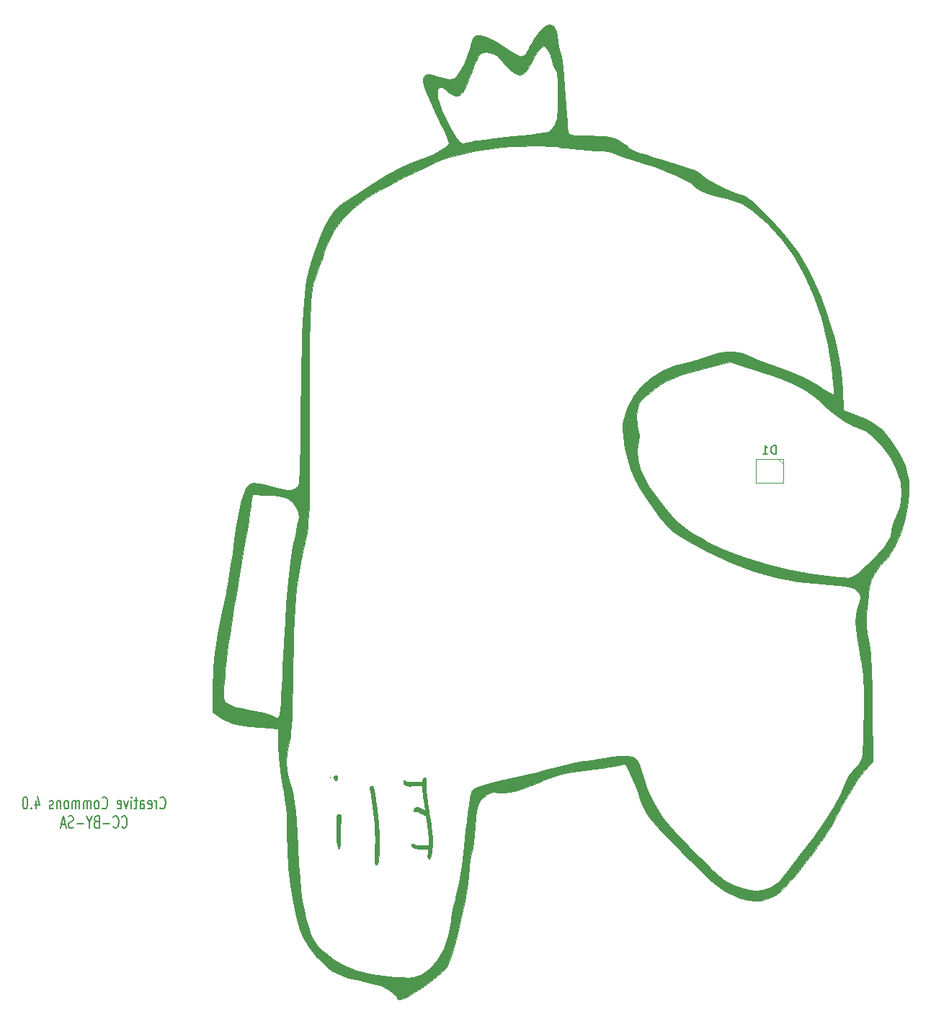
<source format=gbr>
%TF.GenerationSoftware,KiCad,Pcbnew,5.1.10-88a1d61d58~90~ubuntu20.04.1*%
%TF.CreationDate,2021-07-22T12:56:01-07:00*%
%TF.ProjectId,TwinTCPO,5477696e-5443-4504-9f2e-6b696361645f,A*%
%TF.SameCoordinates,Original*%
%TF.FileFunction,Legend,Bot*%
%TF.FilePolarity,Positive*%
%FSLAX46Y46*%
G04 Gerber Fmt 4.6, Leading zero omitted, Abs format (unit mm)*
G04 Created by KiCad (PCBNEW 5.1.10-88a1d61d58~90~ubuntu20.04.1) date 2021-07-22 12:56:01*
%MOMM*%
%LPD*%
G01*
G04 APERTURE LIST*
%ADD10C,0.150000*%
%ADD11C,0.010000*%
%ADD12C,0.120000*%
G04 APERTURE END LIST*
D10*
X97211904Y-128375000D02*
X97259523Y-128441666D01*
X97402380Y-128508333D01*
X97497619Y-128508333D01*
X97640476Y-128441666D01*
X97735714Y-128308333D01*
X97783333Y-128175000D01*
X97830952Y-127908333D01*
X97830952Y-127708333D01*
X97783333Y-127441666D01*
X97735714Y-127308333D01*
X97640476Y-127175000D01*
X97497619Y-127108333D01*
X97402380Y-127108333D01*
X97259523Y-127175000D01*
X97211904Y-127241666D01*
X96783333Y-128508333D02*
X96783333Y-127575000D01*
X96783333Y-127841666D02*
X96735714Y-127708333D01*
X96688095Y-127641666D01*
X96592857Y-127575000D01*
X96497619Y-127575000D01*
X95783333Y-128441666D02*
X95878571Y-128508333D01*
X96069047Y-128508333D01*
X96164285Y-128441666D01*
X96211904Y-128308333D01*
X96211904Y-127775000D01*
X96164285Y-127641666D01*
X96069047Y-127575000D01*
X95878571Y-127575000D01*
X95783333Y-127641666D01*
X95735714Y-127775000D01*
X95735714Y-127908333D01*
X96211904Y-128041666D01*
X94878571Y-128508333D02*
X94878571Y-127775000D01*
X94926190Y-127641666D01*
X95021428Y-127575000D01*
X95211904Y-127575000D01*
X95307142Y-127641666D01*
X94878571Y-128441666D02*
X94973809Y-128508333D01*
X95211904Y-128508333D01*
X95307142Y-128441666D01*
X95354761Y-128308333D01*
X95354761Y-128175000D01*
X95307142Y-128041666D01*
X95211904Y-127975000D01*
X94973809Y-127975000D01*
X94878571Y-127908333D01*
X94545238Y-127575000D02*
X94164285Y-127575000D01*
X94402380Y-127108333D02*
X94402380Y-128308333D01*
X94354761Y-128441666D01*
X94259523Y-128508333D01*
X94164285Y-128508333D01*
X93830952Y-128508333D02*
X93830952Y-127575000D01*
X93830952Y-127108333D02*
X93878571Y-127175000D01*
X93830952Y-127241666D01*
X93783333Y-127175000D01*
X93830952Y-127108333D01*
X93830952Y-127241666D01*
X93450000Y-127575000D02*
X93211904Y-128508333D01*
X92973809Y-127575000D01*
X92211904Y-128441666D02*
X92307142Y-128508333D01*
X92497619Y-128508333D01*
X92592857Y-128441666D01*
X92640476Y-128308333D01*
X92640476Y-127775000D01*
X92592857Y-127641666D01*
X92497619Y-127575000D01*
X92307142Y-127575000D01*
X92211904Y-127641666D01*
X92164285Y-127775000D01*
X92164285Y-127908333D01*
X92640476Y-128041666D01*
X90402380Y-128375000D02*
X90450000Y-128441666D01*
X90592857Y-128508333D01*
X90688095Y-128508333D01*
X90830952Y-128441666D01*
X90926190Y-128308333D01*
X90973809Y-128175000D01*
X91021428Y-127908333D01*
X91021428Y-127708333D01*
X90973809Y-127441666D01*
X90926190Y-127308333D01*
X90830952Y-127175000D01*
X90688095Y-127108333D01*
X90592857Y-127108333D01*
X90450000Y-127175000D01*
X90402380Y-127241666D01*
X89830952Y-128508333D02*
X89926190Y-128441666D01*
X89973809Y-128375000D01*
X90021428Y-128241666D01*
X90021428Y-127841666D01*
X89973809Y-127708333D01*
X89926190Y-127641666D01*
X89830952Y-127575000D01*
X89688095Y-127575000D01*
X89592857Y-127641666D01*
X89545238Y-127708333D01*
X89497619Y-127841666D01*
X89497619Y-128241666D01*
X89545238Y-128375000D01*
X89592857Y-128441666D01*
X89688095Y-128508333D01*
X89830952Y-128508333D01*
X89069047Y-128508333D02*
X89069047Y-127575000D01*
X89069047Y-127708333D02*
X89021428Y-127641666D01*
X88926190Y-127575000D01*
X88783333Y-127575000D01*
X88688095Y-127641666D01*
X88640476Y-127775000D01*
X88640476Y-128508333D01*
X88640476Y-127775000D02*
X88592857Y-127641666D01*
X88497619Y-127575000D01*
X88354761Y-127575000D01*
X88259523Y-127641666D01*
X88211904Y-127775000D01*
X88211904Y-128508333D01*
X87735714Y-128508333D02*
X87735714Y-127575000D01*
X87735714Y-127708333D02*
X87688095Y-127641666D01*
X87592857Y-127575000D01*
X87450000Y-127575000D01*
X87354761Y-127641666D01*
X87307142Y-127775000D01*
X87307142Y-128508333D01*
X87307142Y-127775000D02*
X87259523Y-127641666D01*
X87164285Y-127575000D01*
X87021428Y-127575000D01*
X86926190Y-127641666D01*
X86878571Y-127775000D01*
X86878571Y-128508333D01*
X86259523Y-128508333D02*
X86354761Y-128441666D01*
X86402380Y-128375000D01*
X86450000Y-128241666D01*
X86450000Y-127841666D01*
X86402380Y-127708333D01*
X86354761Y-127641666D01*
X86259523Y-127575000D01*
X86116666Y-127575000D01*
X86021428Y-127641666D01*
X85973809Y-127708333D01*
X85926190Y-127841666D01*
X85926190Y-128241666D01*
X85973809Y-128375000D01*
X86021428Y-128441666D01*
X86116666Y-128508333D01*
X86259523Y-128508333D01*
X85497619Y-127575000D02*
X85497619Y-128508333D01*
X85497619Y-127708333D02*
X85450000Y-127641666D01*
X85354761Y-127575000D01*
X85211904Y-127575000D01*
X85116666Y-127641666D01*
X85069047Y-127775000D01*
X85069047Y-128508333D01*
X84640476Y-128441666D02*
X84545238Y-128508333D01*
X84354761Y-128508333D01*
X84259523Y-128441666D01*
X84211904Y-128308333D01*
X84211904Y-128241666D01*
X84259523Y-128108333D01*
X84354761Y-128041666D01*
X84497619Y-128041666D01*
X84592857Y-127975000D01*
X84640476Y-127841666D01*
X84640476Y-127775000D01*
X84592857Y-127641666D01*
X84497619Y-127575000D01*
X84354761Y-127575000D01*
X84259523Y-127641666D01*
X82592857Y-127575000D02*
X82592857Y-128508333D01*
X82830952Y-127041666D02*
X83069047Y-128041666D01*
X82450000Y-128041666D01*
X82069047Y-128375000D02*
X82021428Y-128441666D01*
X82069047Y-128508333D01*
X82116666Y-128441666D01*
X82069047Y-128375000D01*
X82069047Y-128508333D01*
X81402380Y-127108333D02*
X81307142Y-127108333D01*
X81211904Y-127175000D01*
X81164285Y-127241666D01*
X81116666Y-127375000D01*
X81069047Y-127641666D01*
X81069047Y-127975000D01*
X81116666Y-128241666D01*
X81164285Y-128375000D01*
X81211904Y-128441666D01*
X81307142Y-128508333D01*
X81402380Y-128508333D01*
X81497619Y-128441666D01*
X81545238Y-128375000D01*
X81592857Y-128241666D01*
X81640476Y-127975000D01*
X81640476Y-127641666D01*
X81592857Y-127375000D01*
X81545238Y-127241666D01*
X81497619Y-127175000D01*
X81402380Y-127108333D01*
X92711904Y-130625000D02*
X92759523Y-130691666D01*
X92902380Y-130758333D01*
X92997619Y-130758333D01*
X93140476Y-130691666D01*
X93235714Y-130558333D01*
X93283333Y-130425000D01*
X93330952Y-130158333D01*
X93330952Y-129958333D01*
X93283333Y-129691666D01*
X93235714Y-129558333D01*
X93140476Y-129425000D01*
X92997619Y-129358333D01*
X92902380Y-129358333D01*
X92759523Y-129425000D01*
X92711904Y-129491666D01*
X91711904Y-130625000D02*
X91759523Y-130691666D01*
X91902380Y-130758333D01*
X91997619Y-130758333D01*
X92140476Y-130691666D01*
X92235714Y-130558333D01*
X92283333Y-130425000D01*
X92330952Y-130158333D01*
X92330952Y-129958333D01*
X92283333Y-129691666D01*
X92235714Y-129558333D01*
X92140476Y-129425000D01*
X91997619Y-129358333D01*
X91902380Y-129358333D01*
X91759523Y-129425000D01*
X91711904Y-129491666D01*
X91283333Y-130225000D02*
X90521428Y-130225000D01*
X89711904Y-130025000D02*
X89569047Y-130091666D01*
X89521428Y-130158333D01*
X89473809Y-130291666D01*
X89473809Y-130491666D01*
X89521428Y-130625000D01*
X89569047Y-130691666D01*
X89664285Y-130758333D01*
X90045238Y-130758333D01*
X90045238Y-129358333D01*
X89711904Y-129358333D01*
X89616666Y-129425000D01*
X89569047Y-129491666D01*
X89521428Y-129625000D01*
X89521428Y-129758333D01*
X89569047Y-129891666D01*
X89616666Y-129958333D01*
X89711904Y-130025000D01*
X90045238Y-130025000D01*
X88854761Y-130091666D02*
X88854761Y-130758333D01*
X89188095Y-129358333D02*
X88854761Y-130091666D01*
X88521428Y-129358333D01*
X88188095Y-130225000D02*
X87426190Y-130225000D01*
X86997619Y-130691666D02*
X86854761Y-130758333D01*
X86616666Y-130758333D01*
X86521428Y-130691666D01*
X86473809Y-130625000D01*
X86426190Y-130491666D01*
X86426190Y-130358333D01*
X86473809Y-130225000D01*
X86521428Y-130158333D01*
X86616666Y-130091666D01*
X86807142Y-130025000D01*
X86902380Y-129958333D01*
X86950000Y-129891666D01*
X86997619Y-129758333D01*
X86997619Y-129625000D01*
X86950000Y-129491666D01*
X86902380Y-129425000D01*
X86807142Y-129358333D01*
X86569047Y-129358333D01*
X86426190Y-129425000D01*
X86045238Y-130358333D02*
X85569047Y-130358333D01*
X86140476Y-130758333D02*
X85807142Y-129358333D01*
X85473809Y-130758333D01*
D11*
%TO.C,G\u002A\u002A\u002A*%
G36*
X143383164Y-36523141D02*
G01*
X143679120Y-36937848D01*
X143838919Y-37536045D01*
X143854512Y-37802678D01*
X143908511Y-38330929D01*
X144046585Y-39013564D01*
X144203709Y-39585333D01*
X144332537Y-40070237D01*
X144443561Y-40671325D01*
X144542244Y-41436070D01*
X144634049Y-42411944D01*
X144724439Y-43646418D01*
X144788335Y-44665333D01*
X144860238Y-45811008D01*
X144932622Y-46859150D01*
X145001329Y-47757209D01*
X145062197Y-48452633D01*
X145111068Y-48892871D01*
X145132242Y-49010452D01*
X145190156Y-49152907D01*
X145303016Y-49254437D01*
X145524058Y-49323750D01*
X145906519Y-49369552D01*
X146503634Y-49400552D01*
X147368639Y-49425456D01*
X147720432Y-49433785D01*
X148695394Y-49459484D01*
X149403016Y-49491945D01*
X149914587Y-49542991D01*
X150301395Y-49624441D01*
X150634729Y-49748116D01*
X150985879Y-49925837D01*
X151114615Y-49996586D01*
X151634464Y-50316195D01*
X152042529Y-50624287D01*
X152215281Y-50807237D01*
X152471348Y-51007684D01*
X152978206Y-51246750D01*
X153656448Y-51487808D01*
X153758328Y-51518962D01*
X154420559Y-51717488D01*
X155305884Y-51982744D01*
X156312946Y-52284370D01*
X157340388Y-52592003D01*
X157661057Y-52687995D01*
X158683236Y-53001876D01*
X159438302Y-53256808D01*
X159986996Y-53478734D01*
X160390059Y-53693597D01*
X160708232Y-53927343D01*
X160840210Y-54045896D01*
X161386376Y-54468136D01*
X162158011Y-54945096D01*
X163058362Y-55427233D01*
X163990682Y-55865002D01*
X164858219Y-56208859D01*
X165371212Y-56366159D01*
X165716750Y-56466726D01*
X166031041Y-56602107D01*
X166360890Y-56808793D01*
X166753102Y-57123277D01*
X167254481Y-57582051D01*
X167911832Y-58221608D01*
X168495632Y-58802184D01*
X169912971Y-60288488D01*
X171135479Y-61738197D01*
X172199498Y-63212252D01*
X173141371Y-64771594D01*
X173997439Y-66477165D01*
X174804044Y-68389906D01*
X175597529Y-70570759D01*
X175708337Y-70897081D01*
X176399708Y-73149399D01*
X176892781Y-75242714D01*
X177207433Y-77277049D01*
X177356843Y-79192008D01*
X177464994Y-81630016D01*
X178988994Y-82241847D01*
X180037364Y-82684434D01*
X180836192Y-83081357D01*
X181461613Y-83479852D01*
X181989761Y-83927153D01*
X182397460Y-84356462D01*
X183065485Y-85208020D01*
X183722968Y-86212101D01*
X184302370Y-87253346D01*
X184736156Y-88216397D01*
X184852521Y-88549868D01*
X185127157Y-89921210D01*
X185174165Y-91455327D01*
X185010333Y-93080563D01*
X184652448Y-94725266D01*
X184117298Y-96317780D01*
X183421670Y-97786453D01*
X182582352Y-99059630D01*
X182314763Y-99381720D01*
X181797797Y-99971877D01*
X181391195Y-100462577D01*
X181077743Y-100906291D01*
X180840226Y-101355492D01*
X180661431Y-101862649D01*
X180524144Y-102480233D01*
X180411150Y-103260716D01*
X180305236Y-104256568D01*
X180189188Y-105520261D01*
X180147185Y-105988851D01*
X180149441Y-106850163D01*
X180280777Y-107960537D01*
X180414458Y-108698184D01*
X180509370Y-109203350D01*
X180587399Y-109713231D01*
X180650854Y-110270287D01*
X180702050Y-110916983D01*
X180743298Y-111695779D01*
X180776911Y-112649138D01*
X180805200Y-113819523D01*
X180830479Y-115249395D01*
X180851688Y-116727571D01*
X180935802Y-123003808D01*
X180410830Y-123500904D01*
X179815280Y-124149408D01*
X179164251Y-125025894D01*
X178441498Y-126155183D01*
X177630777Y-127562096D01*
X177047516Y-128639910D01*
X176474461Y-129709373D01*
X175985130Y-130587434D01*
X175530250Y-131349865D01*
X175060549Y-132072438D01*
X174526756Y-132830923D01*
X173879597Y-133701094D01*
X173069801Y-134758721D01*
X173062328Y-134768410D01*
X172028514Y-136075678D01*
X171137963Y-137119898D01*
X170357416Y-137927050D01*
X169653617Y-138523113D01*
X168993309Y-138934066D01*
X168343237Y-139185890D01*
X167670142Y-139304561D01*
X167232309Y-139322667D01*
X166191820Y-139217930D01*
X165237013Y-138959926D01*
X164549597Y-138679627D01*
X163891084Y-138348304D01*
X163226303Y-137937950D01*
X162520088Y-137420552D01*
X161737270Y-136768101D01*
X160842680Y-135952588D01*
X159801150Y-134946001D01*
X158577513Y-133720332D01*
X158283781Y-133421963D01*
X157192408Y-132306851D01*
X156311155Y-131389948D01*
X155610226Y-130630429D01*
X155059827Y-129987469D01*
X154630163Y-129420246D01*
X154291439Y-128887934D01*
X154013861Y-128349710D01*
X153767634Y-127764750D01*
X153522964Y-127092230D01*
X153397536Y-126726950D01*
X153088260Y-125876486D01*
X152753823Y-125054075D01*
X152422529Y-124319443D01*
X152122683Y-123732314D01*
X151882588Y-123352414D01*
X151743593Y-123236944D01*
X151465085Y-123279576D01*
X151028593Y-123382724D01*
X150964328Y-123400019D01*
X150593609Y-123477531D01*
X149960352Y-123584836D01*
X149138162Y-123710463D01*
X148200643Y-123842941D01*
X147662328Y-123914594D01*
X146308877Y-124099369D01*
X145221363Y-124272736D01*
X144328328Y-124452636D01*
X143558315Y-124657011D01*
X142839866Y-124903799D01*
X142101526Y-125210943D01*
X141618481Y-125432023D01*
X140125149Y-126057584D01*
X138820436Y-126440752D01*
X137666516Y-126590963D01*
X137040488Y-126574084D01*
X136416239Y-126544542D01*
X135982099Y-126612035D01*
X135597103Y-126802293D01*
X135522886Y-126851063D01*
X135090147Y-127188340D01*
X134768336Y-127572298D01*
X134536487Y-128062255D01*
X134373632Y-128717533D01*
X134258802Y-129597450D01*
X134177490Y-130657336D01*
X134103686Y-131588724D01*
X134006690Y-132471695D01*
X133898418Y-133213650D01*
X133790789Y-133721988D01*
X133777338Y-133766484D01*
X133618630Y-134450652D01*
X133529819Y-135200017D01*
X133522994Y-135418598D01*
X133463037Y-136471663D01*
X133287631Y-137806823D01*
X133003472Y-139390298D01*
X132617257Y-141188311D01*
X132135683Y-143167083D01*
X131565446Y-145292837D01*
X131565207Y-145293689D01*
X131331568Y-146067799D01*
X131089727Y-146668914D01*
X130785622Y-147168860D01*
X130365189Y-147639461D01*
X129774367Y-148152541D01*
X128959091Y-148779927D01*
X128917847Y-148810811D01*
X127926623Y-149522357D01*
X127032882Y-150105599D01*
X126268216Y-150544439D01*
X125664221Y-150822778D01*
X125252489Y-150924519D01*
X125064616Y-150833564D01*
X125056328Y-150778306D01*
X124917504Y-150502296D01*
X124556316Y-150143628D01*
X124055683Y-149766259D01*
X123498525Y-149434144D01*
X123066420Y-149243517D01*
X122614390Y-149109409D01*
X121937129Y-148938755D01*
X121142209Y-148757761D01*
X120638125Y-148651982D01*
X119319237Y-148339304D01*
X118254595Y-147967460D01*
X117360056Y-147490950D01*
X116551475Y-146864275D01*
X115744708Y-146041936D01*
X115683460Y-145972843D01*
X115137843Y-145320133D01*
X114635196Y-144659383D01*
X114250164Y-144091319D01*
X114119205Y-143862064D01*
X113626519Y-142681156D01*
X113191011Y-141207978D01*
X112819651Y-139485186D01*
X112519410Y-137555434D01*
X112297258Y-135461377D01*
X112160167Y-133245671D01*
X112118247Y-131618000D01*
X112095771Y-130317201D01*
X112053663Y-129250566D01*
X111982757Y-128313754D01*
X111873884Y-127402424D01*
X111717877Y-126412236D01*
X111604979Y-125776000D01*
X111328209Y-124056700D01*
X111220564Y-123043503D01*
X112039194Y-123043503D01*
X112080525Y-123970396D01*
X112252913Y-124872098D01*
X112426560Y-125461400D01*
X112641122Y-126180923D01*
X112818387Y-126931557D01*
X112964711Y-127764138D01*
X113086452Y-128729504D01*
X113189966Y-129878491D01*
X113281611Y-131261936D01*
X113367742Y-132930675D01*
X113372003Y-133022192D01*
X113473635Y-134969561D01*
X113587916Y-136628461D01*
X113722160Y-138049051D01*
X113883685Y-139281488D01*
X114079804Y-140375927D01*
X114317833Y-141382526D01*
X114605087Y-142351442D01*
X114827323Y-143000590D01*
X115088977Y-143659947D01*
X115373671Y-144172376D01*
X115760525Y-144653120D01*
X116328656Y-145217423D01*
X116386504Y-145271684D01*
X117526106Y-146181084D01*
X118828654Y-146915842D01*
X120330014Y-147488829D01*
X122066050Y-147912917D01*
X124072629Y-148200976D01*
X124717661Y-148261529D01*
X125679844Y-148331941D01*
X126386790Y-148350883D01*
X126918968Y-148311555D01*
X127356847Y-148207156D01*
X127780898Y-148030888D01*
X127850328Y-147996813D01*
X128923067Y-147275221D01*
X129819942Y-146272353D01*
X130534407Y-145000237D01*
X131059918Y-143470898D01*
X131389928Y-141696365D01*
X131419076Y-141439333D01*
X131515131Y-140791231D01*
X131675559Y-139968662D01*
X131870197Y-139122361D01*
X131927334Y-138899333D01*
X132323112Y-137163500D01*
X132652454Y-135202975D01*
X132922692Y-132971376D01*
X133011528Y-132041333D01*
X133108842Y-131059752D01*
X133228768Y-130014122D01*
X133361344Y-128976544D01*
X133496612Y-128019118D01*
X133624609Y-127213946D01*
X133735376Y-126633129D01*
X133786442Y-126431851D01*
X134002259Y-126224096D01*
X134504815Y-125978561D01*
X135246404Y-125710780D01*
X136179319Y-125436288D01*
X137255855Y-125170618D01*
X138363646Y-124941397D01*
X139217281Y-124763084D01*
X140278785Y-124514686D01*
X141432049Y-124224777D01*
X142560965Y-123921931D01*
X142935646Y-123816219D01*
X143984567Y-123533130D01*
X145058939Y-123273282D01*
X146057254Y-123059265D01*
X146878007Y-122913669D01*
X147154328Y-122877365D01*
X147948191Y-122778025D01*
X148713035Y-122661228D01*
X149314449Y-122548065D01*
X149440328Y-122518631D01*
X150326761Y-122347033D01*
X151218778Y-122262502D01*
X152012432Y-122268947D01*
X152603779Y-122370280D01*
X152675977Y-122396920D01*
X153010169Y-122575040D01*
X153264879Y-122833642D01*
X153476164Y-123238688D01*
X153680076Y-123856137D01*
X153871081Y-124583326D01*
X154393986Y-126191192D01*
X155150742Y-127826757D01*
X156078104Y-129355150D01*
X156170238Y-129486304D01*
X156539808Y-129953294D01*
X157097946Y-130591745D01*
X157802470Y-131359058D01*
X158611197Y-132212636D01*
X159481944Y-133109880D01*
X160372528Y-134008192D01*
X161240767Y-134864974D01*
X162044478Y-135637629D01*
X162741477Y-136283558D01*
X163289584Y-136760163D01*
X163618070Y-137007465D01*
X164483502Y-137458428D01*
X165472576Y-137825325D01*
X166448599Y-138064771D01*
X167172652Y-138135679D01*
X168050507Y-138010578D01*
X168940306Y-137677311D01*
X169716523Y-137193842D01*
X170156048Y-136757998D01*
X170407605Y-136434328D01*
X170822653Y-135902852D01*
X171355433Y-135222056D01*
X171960190Y-134450426D01*
X172388934Y-133904000D01*
X173940332Y-131862845D01*
X175242415Y-130005980D01*
X176311380Y-128307459D01*
X177163422Y-126741336D01*
X177814737Y-125281664D01*
X177885398Y-125098667D01*
X178137206Y-124622668D01*
X178523812Y-124081321D01*
X178741416Y-123828667D01*
X179046452Y-123497410D01*
X179287575Y-123203158D01*
X179472753Y-122902042D01*
X179609957Y-122550193D01*
X179707154Y-122103743D01*
X179772314Y-121518823D01*
X179813406Y-120751564D01*
X179838399Y-119758098D01*
X179855262Y-118494556D01*
X179864173Y-117648000D01*
X179877340Y-116253053D01*
X179881983Y-115134637D01*
X179874349Y-114230653D01*
X179850685Y-113478999D01*
X179807242Y-112817574D01*
X179740265Y-112184277D01*
X179646004Y-111517007D01*
X179520705Y-110753663D01*
X179408492Y-110105846D01*
X179165074Y-108625174D01*
X179005961Y-107433705D01*
X178929246Y-106493130D01*
X178933024Y-105765142D01*
X179015389Y-105211435D01*
X179146837Y-104847016D01*
X179433229Y-104164882D01*
X179508293Y-103656447D01*
X179376689Y-103234560D01*
X179243486Y-103039753D01*
X179008118Y-102795064D01*
X178701858Y-102602400D01*
X178277296Y-102451110D01*
X177687022Y-102330546D01*
X176883627Y-102230058D01*
X175819701Y-102138996D01*
X174971598Y-102080185D01*
X172145861Y-101788701D01*
X169449843Y-101282594D01*
X166817454Y-100542194D01*
X164182601Y-99547828D01*
X161479194Y-98279826D01*
X160531661Y-97782329D01*
X159429816Y-97181763D01*
X158568559Y-96684375D01*
X157886563Y-96239900D01*
X157322502Y-95798076D01*
X156815050Y-95308639D01*
X156302883Y-94721327D01*
X155724674Y-93985875D01*
X155436427Y-93606219D01*
X154402551Y-92184543D01*
X153583889Y-90923961D01*
X152948097Y-89754463D01*
X152462830Y-88606036D01*
X152095744Y-87408670D01*
X151814496Y-86092352D01*
X151728800Y-85580752D01*
X151601670Y-84660063D01*
X151554212Y-83951828D01*
X151582969Y-83340195D01*
X151648718Y-82895748D01*
X151780985Y-82448932D01*
X153183832Y-82448932D01*
X153222448Y-83293909D01*
X153360324Y-84025844D01*
X153390683Y-84120000D01*
X153510994Y-84667412D01*
X153426302Y-85192250D01*
X153388558Y-85305333D01*
X153191996Y-86359315D01*
X153284142Y-87534500D01*
X153655473Y-88791622D01*
X154296460Y-90091413D01*
X154704436Y-90729579D01*
X155660815Y-92084921D01*
X156507401Y-93194988D01*
X157298276Y-94110884D01*
X158087517Y-94883713D01*
X158929205Y-95564581D01*
X159877418Y-96204591D01*
X160986237Y-96854849D01*
X161462994Y-97116372D01*
X163474231Y-98081751D01*
X165753698Y-98958013D01*
X168238725Y-99728143D01*
X170866641Y-100375129D01*
X173574775Y-100881958D01*
X176300456Y-101231617D01*
X176787661Y-101276512D01*
X177462701Y-101335698D01*
X177967061Y-101358072D01*
X178366574Y-101313765D01*
X178727074Y-101172903D01*
X179114391Y-100905615D01*
X179594360Y-100482028D01*
X180232812Y-99872271D01*
X180545349Y-99571438D01*
X181516371Y-98599317D01*
X182234653Y-97782250D01*
X182725879Y-97082486D01*
X183015734Y-96462274D01*
X183129903Y-95883862D01*
X183133942Y-95766731D01*
X183211737Y-95378132D01*
X183410832Y-94822446D01*
X183655312Y-94287457D01*
X184141610Y-92968839D01*
X184315076Y-91575344D01*
X184183823Y-90140213D01*
X183755965Y-88696684D01*
X183039614Y-87277998D01*
X182042885Y-85917395D01*
X181458033Y-85285427D01*
X180734416Y-84595558D01*
X180169941Y-84146994D01*
X179722996Y-83908289D01*
X179581661Y-83867414D01*
X178597623Y-83530777D01*
X177501431Y-82917870D01*
X176277772Y-82019138D01*
X175352402Y-81228516D01*
X174537220Y-80506380D01*
X173840696Y-79922238D01*
X173204687Y-79444496D01*
X172571047Y-79041561D01*
X171881635Y-78681839D01*
X171078305Y-78333738D01*
X170102913Y-77965662D01*
X168897317Y-77546020D01*
X168046662Y-77258821D01*
X164160460Y-75953934D01*
X161160727Y-76739731D01*
X159657725Y-77151085D01*
X158437237Y-77528867D01*
X157447582Y-77894362D01*
X156637079Y-78268859D01*
X155954049Y-78673643D01*
X155346810Y-79130000D01*
X155336402Y-79138696D01*
X154822086Y-79558819D01*
X154338588Y-79936941D01*
X154091295Y-80119394D01*
X153706708Y-80504123D01*
X153406969Y-80991739D01*
X153402221Y-81002955D01*
X153243936Y-81636688D01*
X153183832Y-82448932D01*
X151780985Y-82448932D01*
X152077682Y-81446657D01*
X152799072Y-80089455D01*
X153770428Y-78865565D01*
X154949291Y-77816410D01*
X156293201Y-76983413D01*
X157759699Y-76407997D01*
X158471202Y-76239812D01*
X159179246Y-76078089D01*
X160059328Y-75835107D01*
X160967655Y-75551853D01*
X161378328Y-75411184D01*
X162652361Y-75011244D01*
X163728932Y-74807581D01*
X164688527Y-74802980D01*
X165611634Y-75000227D01*
X166578738Y-75402107D01*
X166966328Y-75604585D01*
X167266226Y-75731636D01*
X167804020Y-75926470D01*
X168493476Y-76158708D01*
X168998328Y-76320424D01*
X170825296Y-76980395D01*
X172668325Y-77804542D01*
X174380554Y-78724600D01*
X175018583Y-79118818D01*
X175575457Y-79465386D01*
X176017334Y-79714745D01*
X176274643Y-79828683D01*
X176309967Y-79828138D01*
X176340204Y-79615261D01*
X176323853Y-79129237D01*
X176267992Y-78431310D01*
X176179697Y-77582719D01*
X176066048Y-76644707D01*
X175934120Y-75678517D01*
X175790993Y-74745388D01*
X175643743Y-73906563D01*
X175599580Y-73681261D01*
X174904333Y-70861023D01*
X173997322Y-68205340D01*
X172892766Y-65738335D01*
X171604880Y-63484130D01*
X170147884Y-61466850D01*
X168535994Y-59710617D01*
X166783430Y-58239554D01*
X166299613Y-57902173D01*
X165487048Y-57400463D01*
X164764349Y-57066295D01*
X163977334Y-56832403D01*
X163711280Y-56772927D01*
X162560344Y-56514736D01*
X161682921Y-56278141D01*
X161016979Y-56038868D01*
X160500483Y-55772649D01*
X160071401Y-55455210D01*
X159870909Y-55270337D01*
X159479511Y-54938113D01*
X158981076Y-54619865D01*
X158313366Y-54282390D01*
X157414142Y-53892482D01*
X156890994Y-53680538D01*
X155942873Y-53316675D01*
X154979539Y-52971723D01*
X154104485Y-52681232D01*
X153421203Y-52480754D01*
X153334994Y-52459017D01*
X152534371Y-52231902D01*
X151697448Y-51944413D01*
X151062422Y-51683783D01*
X150640702Y-51501089D01*
X150235938Y-51367111D01*
X149776135Y-51270020D01*
X149189299Y-51197984D01*
X148403434Y-51139172D01*
X147421756Y-51085519D01*
X146460651Y-51027650D01*
X145574672Y-50956737D01*
X144839660Y-50880132D01*
X144331455Y-50805185D01*
X144192112Y-50772498D01*
X143709899Y-50687637D01*
X142955872Y-50631039D01*
X141995706Y-50602713D01*
X140895073Y-50602672D01*
X139719647Y-50630925D01*
X138535100Y-50687483D01*
X137417661Y-50771390D01*
X134369871Y-51185096D01*
X131517082Y-51852981D01*
X130884163Y-52043457D01*
X130131736Y-52317760D01*
X129151889Y-52731638D01*
X128009058Y-53252869D01*
X126767683Y-53849232D01*
X125492200Y-54488506D01*
X124247047Y-55138470D01*
X123096662Y-55766902D01*
X122105482Y-56341581D01*
X121412710Y-56779532D01*
X119903840Y-57933333D01*
X118627068Y-59198774D01*
X117611599Y-60539441D01*
X116886642Y-61918923D01*
X116593087Y-62788272D01*
X116436342Y-63300967D01*
X116194486Y-63999577D01*
X115912037Y-64757140D01*
X115822444Y-64986001D01*
X115620589Y-65502596D01*
X115444751Y-65983694D01*
X115293204Y-66455670D01*
X115164223Y-66944898D01*
X115056085Y-67477752D01*
X114967063Y-68080609D01*
X114895434Y-68779841D01*
X114839472Y-69601823D01*
X114797453Y-70572931D01*
X114767652Y-71719538D01*
X114748344Y-73068019D01*
X114737804Y-74644749D01*
X114734308Y-76476102D01*
X114736132Y-78588452D01*
X114741549Y-81008175D01*
X114742817Y-81495333D01*
X114748544Y-83943606D01*
X114751109Y-86081788D01*
X114749211Y-87938452D01*
X114741546Y-89542170D01*
X114726813Y-90921513D01*
X114703709Y-92105054D01*
X114670933Y-93121362D01*
X114627182Y-93999011D01*
X114571154Y-94766572D01*
X114501547Y-95452617D01*
X114417059Y-96085717D01*
X114316387Y-96694445D01*
X114198229Y-97307371D01*
X114061284Y-97953068D01*
X113974927Y-98344000D01*
X113729997Y-99483264D01*
X113522865Y-100550318D01*
X113349800Y-101589081D01*
X113207067Y-102643471D01*
X113090935Y-103757409D01*
X112997671Y-104974812D01*
X112923540Y-106339600D01*
X112864811Y-107895693D01*
X112817750Y-109687008D01*
X112778625Y-111757466D01*
X112765938Y-112568000D01*
X112737461Y-114317825D01*
X112708039Y-115769050D01*
X112675597Y-116961741D01*
X112638056Y-117935964D01*
X112593341Y-118731783D01*
X112539373Y-119389264D01*
X112474077Y-119948473D01*
X112395374Y-120449474D01*
X112342886Y-120728562D01*
X112127216Y-121995024D01*
X112039194Y-123043503D01*
X111220564Y-123043503D01*
X111166208Y-122531897D01*
X111106423Y-121099465D01*
X111086328Y-119047596D01*
X109046250Y-118934175D01*
X107692000Y-118833103D01*
X106606265Y-118685357D01*
X105720037Y-118472038D01*
X104964305Y-118174243D01*
X104270060Y-117773073D01*
X103931994Y-117533467D01*
X103381661Y-117122765D01*
X103381661Y-115046163D01*
X104641040Y-115046163D01*
X104649756Y-115472543D01*
X104699609Y-115743783D01*
X104792796Y-115920469D01*
X104828028Y-115962439D01*
X105227059Y-116231557D01*
X105909065Y-116499416D01*
X106818704Y-116749369D01*
X107900635Y-116964768D01*
X108431144Y-117046294D01*
X109356234Y-117216611D01*
X110101744Y-117434832D01*
X110491063Y-117616404D01*
X110790126Y-117787538D01*
X111002471Y-117842610D01*
X111147846Y-117740186D01*
X111245999Y-117438833D01*
X111316679Y-116897117D01*
X111379636Y-116073606D01*
X111404181Y-115700667D01*
X111441483Y-115085850D01*
X111491927Y-114194597D01*
X111552197Y-113088740D01*
X111618976Y-111830108D01*
X111688947Y-110480533D01*
X111758794Y-109101846D01*
X111767511Y-108927333D01*
X111896289Y-106540646D01*
X112031188Y-104450842D01*
X112176390Y-102616143D01*
X112336077Y-100994773D01*
X112514429Y-99544952D01*
X112715627Y-98224905D01*
X112943853Y-96992852D01*
X112979237Y-96820000D01*
X113153728Y-95972009D01*
X113309043Y-95206983D01*
X113428776Y-94606410D01*
X113496521Y-94251780D01*
X113498255Y-94241936D01*
X113447412Y-93697666D01*
X113173807Y-93084028D01*
X112744314Y-92507178D01*
X112225803Y-92073269D01*
X112083790Y-91996553D01*
X111462629Y-91805899D01*
X110529987Y-91670834D01*
X109731830Y-91612782D01*
X108002625Y-91524528D01*
X107887604Y-92541179D01*
X107823266Y-93024616D01*
X107711916Y-93771343D01*
X107564608Y-94710998D01*
X107392395Y-95773218D01*
X107206330Y-96887642D01*
X107185687Y-97009248D01*
X106779022Y-99403976D01*
X106425545Y-101494866D01*
X106120816Y-103311807D01*
X105860395Y-104884686D01*
X105639843Y-106243395D01*
X105454720Y-107417821D01*
X105300585Y-108437854D01*
X105172999Y-109333383D01*
X105067523Y-110134297D01*
X104979716Y-110870484D01*
X104905138Y-111571835D01*
X104839350Y-112268238D01*
X104777912Y-112989581D01*
X104738235Y-113485637D01*
X104671265Y-114404056D01*
X104641040Y-115046163D01*
X103381661Y-115046163D01*
X103381661Y-114754042D01*
X103387739Y-113743691D01*
X103410170Y-112825001D01*
X103455249Y-111951588D01*
X103529273Y-111077070D01*
X103638535Y-110155064D01*
X103789332Y-109139186D01*
X103987960Y-107983055D01*
X104240712Y-106640287D01*
X104553886Y-105064499D01*
X104933776Y-103209309D01*
X104976912Y-103000667D01*
X105137171Y-102156913D01*
X105320987Y-101076704D01*
X105512541Y-99859951D01*
X105696014Y-98606569D01*
X105832840Y-97594439D01*
X106112780Y-95605746D01*
X106397917Y-93942492D01*
X106691044Y-92591460D01*
X106994951Y-91539430D01*
X107243691Y-90912758D01*
X107472757Y-90547171D01*
X107781904Y-90327818D01*
X108223770Y-90249671D01*
X108850995Y-90307704D01*
X109716218Y-90496890D01*
X110216978Y-90628844D01*
X111262910Y-90890665D01*
X112045658Y-91026208D01*
X112615767Y-91036746D01*
X113023783Y-90923550D01*
X113303750Y-90706498D01*
X113374529Y-90614273D01*
X113434745Y-90488020D01*
X113485654Y-90300041D01*
X113528517Y-90022635D01*
X113564590Y-89628101D01*
X113595133Y-89088738D01*
X113621404Y-88376848D01*
X113644662Y-87464728D01*
X113666165Y-86324680D01*
X113687171Y-84929002D01*
X113708940Y-83249994D01*
X113732658Y-81266165D01*
X113764903Y-78722676D01*
X113799545Y-76489889D01*
X113838536Y-74539843D01*
X113883829Y-72844573D01*
X113937377Y-71376117D01*
X114001132Y-70106511D01*
X114077048Y-69007791D01*
X114167078Y-68051995D01*
X114273175Y-67211159D01*
X114397291Y-66457320D01*
X114541380Y-65762515D01*
X114707394Y-65098780D01*
X114897288Y-64438153D01*
X114911109Y-64392667D01*
X115450654Y-62700068D01*
X115955750Y-61300303D01*
X116449979Y-60152549D01*
X116956925Y-59215981D01*
X117500171Y-58449776D01*
X118103299Y-57813110D01*
X118789893Y-57265160D01*
X119176673Y-57008671D01*
X119668630Y-56695539D01*
X120352399Y-56254703D01*
X121137116Y-55744978D01*
X121923661Y-55230599D01*
X123781298Y-54081581D01*
X125506390Y-53157473D01*
X127066113Y-52475302D01*
X127600036Y-52285878D01*
X128481781Y-51960207D01*
X129325319Y-51585485D01*
X130070331Y-51195260D01*
X130656498Y-50823082D01*
X131023504Y-50502500D01*
X131117329Y-50329570D01*
X131063013Y-50054123D01*
X130879207Y-49546358D01*
X130593297Y-48874095D01*
X130232671Y-48105158D01*
X130157911Y-47953619D01*
X129456124Y-46520360D01*
X128911817Y-45352098D01*
X128515547Y-44419156D01*
X128496054Y-44364136D01*
X129741547Y-44364136D01*
X129822425Y-44958364D01*
X130024706Y-45697052D01*
X130322560Y-46525703D01*
X130690156Y-47389819D01*
X131101663Y-48234904D01*
X131531253Y-49006461D01*
X131953094Y-49649993D01*
X132341356Y-50111002D01*
X132670209Y-50334992D01*
X132824956Y-50334281D01*
X133115605Y-50256278D01*
X133639372Y-50146519D01*
X134294825Y-50025896D01*
X134454328Y-49998681D01*
X135346813Y-49866395D01*
X136344451Y-49744875D01*
X137163661Y-49666259D01*
X137836924Y-49604469D01*
X138706720Y-49510922D01*
X139682197Y-49396885D01*
X140672503Y-49273621D01*
X141586784Y-49152396D01*
X142334187Y-49044475D01*
X142778577Y-48970058D01*
X143116832Y-48748046D01*
X143470769Y-48230741D01*
X143540577Y-48094976D01*
X143691756Y-47763183D01*
X143798894Y-47437443D01*
X143869482Y-47051896D01*
X143911010Y-46540682D01*
X143930968Y-45837943D01*
X143936846Y-44877817D01*
X143936994Y-44609350D01*
X143931881Y-43566818D01*
X143913520Y-42813229D01*
X143877382Y-42298971D01*
X143818939Y-41974434D01*
X143733659Y-41790005D01*
X143674164Y-41730683D01*
X143493933Y-41462871D01*
X143308503Y-40983262D01*
X143203042Y-40588890D01*
X142967916Y-39780325D01*
X142682404Y-39214902D01*
X142369299Y-38932669D01*
X142246349Y-38908000D01*
X141938127Y-39064105D01*
X141560413Y-39507654D01*
X141140326Y-40201492D01*
X140805335Y-40882295D01*
X140388519Y-41645821D01*
X139962070Y-42095499D01*
X139496465Y-42255564D01*
X139175620Y-42220101D01*
X138747638Y-42010476D01*
X138223274Y-41615446D01*
X137703164Y-41125069D01*
X137287941Y-40629403D01*
X137151712Y-40408894D01*
X136779518Y-40009580D01*
X136206232Y-39726520D01*
X135562813Y-39609347D01*
X135150081Y-39650246D01*
X134885676Y-39764555D01*
X134646176Y-39995894D01*
X134404227Y-40392210D01*
X134132471Y-41001449D01*
X133803552Y-41871559D01*
X133671748Y-42241260D01*
X133271613Y-43293420D01*
X132911703Y-44040305D01*
X132567462Y-44509053D01*
X132214330Y-44726802D01*
X131827751Y-44720691D01*
X131534457Y-44603142D01*
X131074346Y-44300810D01*
X130744683Y-44005336D01*
X130348137Y-43696218D01*
X130018830Y-43718215D01*
X129807901Y-43968865D01*
X129741547Y-44364136D01*
X128496054Y-44364136D01*
X128257868Y-43691860D01*
X128129337Y-43140534D01*
X128120510Y-42735503D01*
X128221942Y-42447091D01*
X128357249Y-42295561D01*
X128576021Y-42166373D01*
X128845593Y-42166853D01*
X129278584Y-42304146D01*
X129433697Y-42363867D01*
X130368248Y-42659228D01*
X131155179Y-42766034D01*
X131737598Y-42677616D01*
X131812095Y-42642734D01*
X132086283Y-42374397D01*
X132427833Y-41865362D01*
X132795284Y-41195633D01*
X133147174Y-40445218D01*
X133442039Y-39694122D01*
X133594058Y-39204238D01*
X133791448Y-38497186D01*
X133952075Y-38051281D01*
X134114249Y-37797431D01*
X134316285Y-37666543D01*
X134473616Y-37618028D01*
X134872317Y-37642547D01*
X135474150Y-37830765D01*
X136207018Y-38149038D01*
X136998822Y-38563726D01*
X137777465Y-39041185D01*
X138267840Y-39388489D01*
X138961290Y-39854440D01*
X139495260Y-40066406D01*
X139916210Y-40039258D01*
X140064958Y-39963740D01*
X140226636Y-39755748D01*
X140469773Y-39326903D01*
X140743147Y-38767948D01*
X140756485Y-38738667D01*
X141152907Y-38019666D01*
X141641961Y-37358612D01*
X142162336Y-36820391D01*
X142652722Y-36469886D01*
X142996547Y-36368000D01*
X143383164Y-36523141D01*
G37*
X143383164Y-36523141D02*
X143679120Y-36937848D01*
X143838919Y-37536045D01*
X143854512Y-37802678D01*
X143908511Y-38330929D01*
X144046585Y-39013564D01*
X144203709Y-39585333D01*
X144332537Y-40070237D01*
X144443561Y-40671325D01*
X144542244Y-41436070D01*
X144634049Y-42411944D01*
X144724439Y-43646418D01*
X144788335Y-44665333D01*
X144860238Y-45811008D01*
X144932622Y-46859150D01*
X145001329Y-47757209D01*
X145062197Y-48452633D01*
X145111068Y-48892871D01*
X145132242Y-49010452D01*
X145190156Y-49152907D01*
X145303016Y-49254437D01*
X145524058Y-49323750D01*
X145906519Y-49369552D01*
X146503634Y-49400552D01*
X147368639Y-49425456D01*
X147720432Y-49433785D01*
X148695394Y-49459484D01*
X149403016Y-49491945D01*
X149914587Y-49542991D01*
X150301395Y-49624441D01*
X150634729Y-49748116D01*
X150985879Y-49925837D01*
X151114615Y-49996586D01*
X151634464Y-50316195D01*
X152042529Y-50624287D01*
X152215281Y-50807237D01*
X152471348Y-51007684D01*
X152978206Y-51246750D01*
X153656448Y-51487808D01*
X153758328Y-51518962D01*
X154420559Y-51717488D01*
X155305884Y-51982744D01*
X156312946Y-52284370D01*
X157340388Y-52592003D01*
X157661057Y-52687995D01*
X158683236Y-53001876D01*
X159438302Y-53256808D01*
X159986996Y-53478734D01*
X160390059Y-53693597D01*
X160708232Y-53927343D01*
X160840210Y-54045896D01*
X161386376Y-54468136D01*
X162158011Y-54945096D01*
X163058362Y-55427233D01*
X163990682Y-55865002D01*
X164858219Y-56208859D01*
X165371212Y-56366159D01*
X165716750Y-56466726D01*
X166031041Y-56602107D01*
X166360890Y-56808793D01*
X166753102Y-57123277D01*
X167254481Y-57582051D01*
X167911832Y-58221608D01*
X168495632Y-58802184D01*
X169912971Y-60288488D01*
X171135479Y-61738197D01*
X172199498Y-63212252D01*
X173141371Y-64771594D01*
X173997439Y-66477165D01*
X174804044Y-68389906D01*
X175597529Y-70570759D01*
X175708337Y-70897081D01*
X176399708Y-73149399D01*
X176892781Y-75242714D01*
X177207433Y-77277049D01*
X177356843Y-79192008D01*
X177464994Y-81630016D01*
X178988994Y-82241847D01*
X180037364Y-82684434D01*
X180836192Y-83081357D01*
X181461613Y-83479852D01*
X181989761Y-83927153D01*
X182397460Y-84356462D01*
X183065485Y-85208020D01*
X183722968Y-86212101D01*
X184302370Y-87253346D01*
X184736156Y-88216397D01*
X184852521Y-88549868D01*
X185127157Y-89921210D01*
X185174165Y-91455327D01*
X185010333Y-93080563D01*
X184652448Y-94725266D01*
X184117298Y-96317780D01*
X183421670Y-97786453D01*
X182582352Y-99059630D01*
X182314763Y-99381720D01*
X181797797Y-99971877D01*
X181391195Y-100462577D01*
X181077743Y-100906291D01*
X180840226Y-101355492D01*
X180661431Y-101862649D01*
X180524144Y-102480233D01*
X180411150Y-103260716D01*
X180305236Y-104256568D01*
X180189188Y-105520261D01*
X180147185Y-105988851D01*
X180149441Y-106850163D01*
X180280777Y-107960537D01*
X180414458Y-108698184D01*
X180509370Y-109203350D01*
X180587399Y-109713231D01*
X180650854Y-110270287D01*
X180702050Y-110916983D01*
X180743298Y-111695779D01*
X180776911Y-112649138D01*
X180805200Y-113819523D01*
X180830479Y-115249395D01*
X180851688Y-116727571D01*
X180935802Y-123003808D01*
X180410830Y-123500904D01*
X179815280Y-124149408D01*
X179164251Y-125025894D01*
X178441498Y-126155183D01*
X177630777Y-127562096D01*
X177047516Y-128639910D01*
X176474461Y-129709373D01*
X175985130Y-130587434D01*
X175530250Y-131349865D01*
X175060549Y-132072438D01*
X174526756Y-132830923D01*
X173879597Y-133701094D01*
X173069801Y-134758721D01*
X173062328Y-134768410D01*
X172028514Y-136075678D01*
X171137963Y-137119898D01*
X170357416Y-137927050D01*
X169653617Y-138523113D01*
X168993309Y-138934066D01*
X168343237Y-139185890D01*
X167670142Y-139304561D01*
X167232309Y-139322667D01*
X166191820Y-139217930D01*
X165237013Y-138959926D01*
X164549597Y-138679627D01*
X163891084Y-138348304D01*
X163226303Y-137937950D01*
X162520088Y-137420552D01*
X161737270Y-136768101D01*
X160842680Y-135952588D01*
X159801150Y-134946001D01*
X158577513Y-133720332D01*
X158283781Y-133421963D01*
X157192408Y-132306851D01*
X156311155Y-131389948D01*
X155610226Y-130630429D01*
X155059827Y-129987469D01*
X154630163Y-129420246D01*
X154291439Y-128887934D01*
X154013861Y-128349710D01*
X153767634Y-127764750D01*
X153522964Y-127092230D01*
X153397536Y-126726950D01*
X153088260Y-125876486D01*
X152753823Y-125054075D01*
X152422529Y-124319443D01*
X152122683Y-123732314D01*
X151882588Y-123352414D01*
X151743593Y-123236944D01*
X151465085Y-123279576D01*
X151028593Y-123382724D01*
X150964328Y-123400019D01*
X150593609Y-123477531D01*
X149960352Y-123584836D01*
X149138162Y-123710463D01*
X148200643Y-123842941D01*
X147662328Y-123914594D01*
X146308877Y-124099369D01*
X145221363Y-124272736D01*
X144328328Y-124452636D01*
X143558315Y-124657011D01*
X142839866Y-124903799D01*
X142101526Y-125210943D01*
X141618481Y-125432023D01*
X140125149Y-126057584D01*
X138820436Y-126440752D01*
X137666516Y-126590963D01*
X137040488Y-126574084D01*
X136416239Y-126544542D01*
X135982099Y-126612035D01*
X135597103Y-126802293D01*
X135522886Y-126851063D01*
X135090147Y-127188340D01*
X134768336Y-127572298D01*
X134536487Y-128062255D01*
X134373632Y-128717533D01*
X134258802Y-129597450D01*
X134177490Y-130657336D01*
X134103686Y-131588724D01*
X134006690Y-132471695D01*
X133898418Y-133213650D01*
X133790789Y-133721988D01*
X133777338Y-133766484D01*
X133618630Y-134450652D01*
X133529819Y-135200017D01*
X133522994Y-135418598D01*
X133463037Y-136471663D01*
X133287631Y-137806823D01*
X133003472Y-139390298D01*
X132617257Y-141188311D01*
X132135683Y-143167083D01*
X131565446Y-145292837D01*
X131565207Y-145293689D01*
X131331568Y-146067799D01*
X131089727Y-146668914D01*
X130785622Y-147168860D01*
X130365189Y-147639461D01*
X129774367Y-148152541D01*
X128959091Y-148779927D01*
X128917847Y-148810811D01*
X127926623Y-149522357D01*
X127032882Y-150105599D01*
X126268216Y-150544439D01*
X125664221Y-150822778D01*
X125252489Y-150924519D01*
X125064616Y-150833564D01*
X125056328Y-150778306D01*
X124917504Y-150502296D01*
X124556316Y-150143628D01*
X124055683Y-149766259D01*
X123498525Y-149434144D01*
X123066420Y-149243517D01*
X122614390Y-149109409D01*
X121937129Y-148938755D01*
X121142209Y-148757761D01*
X120638125Y-148651982D01*
X119319237Y-148339304D01*
X118254595Y-147967460D01*
X117360056Y-147490950D01*
X116551475Y-146864275D01*
X115744708Y-146041936D01*
X115683460Y-145972843D01*
X115137843Y-145320133D01*
X114635196Y-144659383D01*
X114250164Y-144091319D01*
X114119205Y-143862064D01*
X113626519Y-142681156D01*
X113191011Y-141207978D01*
X112819651Y-139485186D01*
X112519410Y-137555434D01*
X112297258Y-135461377D01*
X112160167Y-133245671D01*
X112118247Y-131618000D01*
X112095771Y-130317201D01*
X112053663Y-129250566D01*
X111982757Y-128313754D01*
X111873884Y-127402424D01*
X111717877Y-126412236D01*
X111604979Y-125776000D01*
X111328209Y-124056700D01*
X111220564Y-123043503D01*
X112039194Y-123043503D01*
X112080525Y-123970396D01*
X112252913Y-124872098D01*
X112426560Y-125461400D01*
X112641122Y-126180923D01*
X112818387Y-126931557D01*
X112964711Y-127764138D01*
X113086452Y-128729504D01*
X113189966Y-129878491D01*
X113281611Y-131261936D01*
X113367742Y-132930675D01*
X113372003Y-133022192D01*
X113473635Y-134969561D01*
X113587916Y-136628461D01*
X113722160Y-138049051D01*
X113883685Y-139281488D01*
X114079804Y-140375927D01*
X114317833Y-141382526D01*
X114605087Y-142351442D01*
X114827323Y-143000590D01*
X115088977Y-143659947D01*
X115373671Y-144172376D01*
X115760525Y-144653120D01*
X116328656Y-145217423D01*
X116386504Y-145271684D01*
X117526106Y-146181084D01*
X118828654Y-146915842D01*
X120330014Y-147488829D01*
X122066050Y-147912917D01*
X124072629Y-148200976D01*
X124717661Y-148261529D01*
X125679844Y-148331941D01*
X126386790Y-148350883D01*
X126918968Y-148311555D01*
X127356847Y-148207156D01*
X127780898Y-148030888D01*
X127850328Y-147996813D01*
X128923067Y-147275221D01*
X129819942Y-146272353D01*
X130534407Y-145000237D01*
X131059918Y-143470898D01*
X131389928Y-141696365D01*
X131419076Y-141439333D01*
X131515131Y-140791231D01*
X131675559Y-139968662D01*
X131870197Y-139122361D01*
X131927334Y-138899333D01*
X132323112Y-137163500D01*
X132652454Y-135202975D01*
X132922692Y-132971376D01*
X133011528Y-132041333D01*
X133108842Y-131059752D01*
X133228768Y-130014122D01*
X133361344Y-128976544D01*
X133496612Y-128019118D01*
X133624609Y-127213946D01*
X133735376Y-126633129D01*
X133786442Y-126431851D01*
X134002259Y-126224096D01*
X134504815Y-125978561D01*
X135246404Y-125710780D01*
X136179319Y-125436288D01*
X137255855Y-125170618D01*
X138363646Y-124941397D01*
X139217281Y-124763084D01*
X140278785Y-124514686D01*
X141432049Y-124224777D01*
X142560965Y-123921931D01*
X142935646Y-123816219D01*
X143984567Y-123533130D01*
X145058939Y-123273282D01*
X146057254Y-123059265D01*
X146878007Y-122913669D01*
X147154328Y-122877365D01*
X147948191Y-122778025D01*
X148713035Y-122661228D01*
X149314449Y-122548065D01*
X149440328Y-122518631D01*
X150326761Y-122347033D01*
X151218778Y-122262502D01*
X152012432Y-122268947D01*
X152603779Y-122370280D01*
X152675977Y-122396920D01*
X153010169Y-122575040D01*
X153264879Y-122833642D01*
X153476164Y-123238688D01*
X153680076Y-123856137D01*
X153871081Y-124583326D01*
X154393986Y-126191192D01*
X155150742Y-127826757D01*
X156078104Y-129355150D01*
X156170238Y-129486304D01*
X156539808Y-129953294D01*
X157097946Y-130591745D01*
X157802470Y-131359058D01*
X158611197Y-132212636D01*
X159481944Y-133109880D01*
X160372528Y-134008192D01*
X161240767Y-134864974D01*
X162044478Y-135637629D01*
X162741477Y-136283558D01*
X163289584Y-136760163D01*
X163618070Y-137007465D01*
X164483502Y-137458428D01*
X165472576Y-137825325D01*
X166448599Y-138064771D01*
X167172652Y-138135679D01*
X168050507Y-138010578D01*
X168940306Y-137677311D01*
X169716523Y-137193842D01*
X170156048Y-136757998D01*
X170407605Y-136434328D01*
X170822653Y-135902852D01*
X171355433Y-135222056D01*
X171960190Y-134450426D01*
X172388934Y-133904000D01*
X173940332Y-131862845D01*
X175242415Y-130005980D01*
X176311380Y-128307459D01*
X177163422Y-126741336D01*
X177814737Y-125281664D01*
X177885398Y-125098667D01*
X178137206Y-124622668D01*
X178523812Y-124081321D01*
X178741416Y-123828667D01*
X179046452Y-123497410D01*
X179287575Y-123203158D01*
X179472753Y-122902042D01*
X179609957Y-122550193D01*
X179707154Y-122103743D01*
X179772314Y-121518823D01*
X179813406Y-120751564D01*
X179838399Y-119758098D01*
X179855262Y-118494556D01*
X179864173Y-117648000D01*
X179877340Y-116253053D01*
X179881983Y-115134637D01*
X179874349Y-114230653D01*
X179850685Y-113478999D01*
X179807242Y-112817574D01*
X179740265Y-112184277D01*
X179646004Y-111517007D01*
X179520705Y-110753663D01*
X179408492Y-110105846D01*
X179165074Y-108625174D01*
X179005961Y-107433705D01*
X178929246Y-106493130D01*
X178933024Y-105765142D01*
X179015389Y-105211435D01*
X179146837Y-104847016D01*
X179433229Y-104164882D01*
X179508293Y-103656447D01*
X179376689Y-103234560D01*
X179243486Y-103039753D01*
X179008118Y-102795064D01*
X178701858Y-102602400D01*
X178277296Y-102451110D01*
X177687022Y-102330546D01*
X176883627Y-102230058D01*
X175819701Y-102138996D01*
X174971598Y-102080185D01*
X172145861Y-101788701D01*
X169449843Y-101282594D01*
X166817454Y-100542194D01*
X164182601Y-99547828D01*
X161479194Y-98279826D01*
X160531661Y-97782329D01*
X159429816Y-97181763D01*
X158568559Y-96684375D01*
X157886563Y-96239900D01*
X157322502Y-95798076D01*
X156815050Y-95308639D01*
X156302883Y-94721327D01*
X155724674Y-93985875D01*
X155436427Y-93606219D01*
X154402551Y-92184543D01*
X153583889Y-90923961D01*
X152948097Y-89754463D01*
X152462830Y-88606036D01*
X152095744Y-87408670D01*
X151814496Y-86092352D01*
X151728800Y-85580752D01*
X151601670Y-84660063D01*
X151554212Y-83951828D01*
X151582969Y-83340195D01*
X151648718Y-82895748D01*
X151780985Y-82448932D01*
X153183832Y-82448932D01*
X153222448Y-83293909D01*
X153360324Y-84025844D01*
X153390683Y-84120000D01*
X153510994Y-84667412D01*
X153426302Y-85192250D01*
X153388558Y-85305333D01*
X153191996Y-86359315D01*
X153284142Y-87534500D01*
X153655473Y-88791622D01*
X154296460Y-90091413D01*
X154704436Y-90729579D01*
X155660815Y-92084921D01*
X156507401Y-93194988D01*
X157298276Y-94110884D01*
X158087517Y-94883713D01*
X158929205Y-95564581D01*
X159877418Y-96204591D01*
X160986237Y-96854849D01*
X161462994Y-97116372D01*
X163474231Y-98081751D01*
X165753698Y-98958013D01*
X168238725Y-99728143D01*
X170866641Y-100375129D01*
X173574775Y-100881958D01*
X176300456Y-101231617D01*
X176787661Y-101276512D01*
X177462701Y-101335698D01*
X177967061Y-101358072D01*
X178366574Y-101313765D01*
X178727074Y-101172903D01*
X179114391Y-100905615D01*
X179594360Y-100482028D01*
X180232812Y-99872271D01*
X180545349Y-99571438D01*
X181516371Y-98599317D01*
X182234653Y-97782250D01*
X182725879Y-97082486D01*
X183015734Y-96462274D01*
X183129903Y-95883862D01*
X183133942Y-95766731D01*
X183211737Y-95378132D01*
X183410832Y-94822446D01*
X183655312Y-94287457D01*
X184141610Y-92968839D01*
X184315076Y-91575344D01*
X184183823Y-90140213D01*
X183755965Y-88696684D01*
X183039614Y-87277998D01*
X182042885Y-85917395D01*
X181458033Y-85285427D01*
X180734416Y-84595558D01*
X180169941Y-84146994D01*
X179722996Y-83908289D01*
X179581661Y-83867414D01*
X178597623Y-83530777D01*
X177501431Y-82917870D01*
X176277772Y-82019138D01*
X175352402Y-81228516D01*
X174537220Y-80506380D01*
X173840696Y-79922238D01*
X173204687Y-79444496D01*
X172571047Y-79041561D01*
X171881635Y-78681839D01*
X171078305Y-78333738D01*
X170102913Y-77965662D01*
X168897317Y-77546020D01*
X168046662Y-77258821D01*
X164160460Y-75953934D01*
X161160727Y-76739731D01*
X159657725Y-77151085D01*
X158437237Y-77528867D01*
X157447582Y-77894362D01*
X156637079Y-78268859D01*
X155954049Y-78673643D01*
X155346810Y-79130000D01*
X155336402Y-79138696D01*
X154822086Y-79558819D01*
X154338588Y-79936941D01*
X154091295Y-80119394D01*
X153706708Y-80504123D01*
X153406969Y-80991739D01*
X153402221Y-81002955D01*
X153243936Y-81636688D01*
X153183832Y-82448932D01*
X151780985Y-82448932D01*
X152077682Y-81446657D01*
X152799072Y-80089455D01*
X153770428Y-78865565D01*
X154949291Y-77816410D01*
X156293201Y-76983413D01*
X157759699Y-76407997D01*
X158471202Y-76239812D01*
X159179246Y-76078089D01*
X160059328Y-75835107D01*
X160967655Y-75551853D01*
X161378328Y-75411184D01*
X162652361Y-75011244D01*
X163728932Y-74807581D01*
X164688527Y-74802980D01*
X165611634Y-75000227D01*
X166578738Y-75402107D01*
X166966328Y-75604585D01*
X167266226Y-75731636D01*
X167804020Y-75926470D01*
X168493476Y-76158708D01*
X168998328Y-76320424D01*
X170825296Y-76980395D01*
X172668325Y-77804542D01*
X174380554Y-78724600D01*
X175018583Y-79118818D01*
X175575457Y-79465386D01*
X176017334Y-79714745D01*
X176274643Y-79828683D01*
X176309967Y-79828138D01*
X176340204Y-79615261D01*
X176323853Y-79129237D01*
X176267992Y-78431310D01*
X176179697Y-77582719D01*
X176066048Y-76644707D01*
X175934120Y-75678517D01*
X175790993Y-74745388D01*
X175643743Y-73906563D01*
X175599580Y-73681261D01*
X174904333Y-70861023D01*
X173997322Y-68205340D01*
X172892766Y-65738335D01*
X171604880Y-63484130D01*
X170147884Y-61466850D01*
X168535994Y-59710617D01*
X166783430Y-58239554D01*
X166299613Y-57902173D01*
X165487048Y-57400463D01*
X164764349Y-57066295D01*
X163977334Y-56832403D01*
X163711280Y-56772927D01*
X162560344Y-56514736D01*
X161682921Y-56278141D01*
X161016979Y-56038868D01*
X160500483Y-55772649D01*
X160071401Y-55455210D01*
X159870909Y-55270337D01*
X159479511Y-54938113D01*
X158981076Y-54619865D01*
X158313366Y-54282390D01*
X157414142Y-53892482D01*
X156890994Y-53680538D01*
X155942873Y-53316675D01*
X154979539Y-52971723D01*
X154104485Y-52681232D01*
X153421203Y-52480754D01*
X153334994Y-52459017D01*
X152534371Y-52231902D01*
X151697448Y-51944413D01*
X151062422Y-51683783D01*
X150640702Y-51501089D01*
X150235938Y-51367111D01*
X149776135Y-51270020D01*
X149189299Y-51197984D01*
X148403434Y-51139172D01*
X147421756Y-51085519D01*
X146460651Y-51027650D01*
X145574672Y-50956737D01*
X144839660Y-50880132D01*
X144331455Y-50805185D01*
X144192112Y-50772498D01*
X143709899Y-50687637D01*
X142955872Y-50631039D01*
X141995706Y-50602713D01*
X140895073Y-50602672D01*
X139719647Y-50630925D01*
X138535100Y-50687483D01*
X137417661Y-50771390D01*
X134369871Y-51185096D01*
X131517082Y-51852981D01*
X130884163Y-52043457D01*
X130131736Y-52317760D01*
X129151889Y-52731638D01*
X128009058Y-53252869D01*
X126767683Y-53849232D01*
X125492200Y-54488506D01*
X124247047Y-55138470D01*
X123096662Y-55766902D01*
X122105482Y-56341581D01*
X121412710Y-56779532D01*
X119903840Y-57933333D01*
X118627068Y-59198774D01*
X117611599Y-60539441D01*
X116886642Y-61918923D01*
X116593087Y-62788272D01*
X116436342Y-63300967D01*
X116194486Y-63999577D01*
X115912037Y-64757140D01*
X115822444Y-64986001D01*
X115620589Y-65502596D01*
X115444751Y-65983694D01*
X115293204Y-66455670D01*
X115164223Y-66944898D01*
X115056085Y-67477752D01*
X114967063Y-68080609D01*
X114895434Y-68779841D01*
X114839472Y-69601823D01*
X114797453Y-70572931D01*
X114767652Y-71719538D01*
X114748344Y-73068019D01*
X114737804Y-74644749D01*
X114734308Y-76476102D01*
X114736132Y-78588452D01*
X114741549Y-81008175D01*
X114742817Y-81495333D01*
X114748544Y-83943606D01*
X114751109Y-86081788D01*
X114749211Y-87938452D01*
X114741546Y-89542170D01*
X114726813Y-90921513D01*
X114703709Y-92105054D01*
X114670933Y-93121362D01*
X114627182Y-93999011D01*
X114571154Y-94766572D01*
X114501547Y-95452617D01*
X114417059Y-96085717D01*
X114316387Y-96694445D01*
X114198229Y-97307371D01*
X114061284Y-97953068D01*
X113974927Y-98344000D01*
X113729997Y-99483264D01*
X113522865Y-100550318D01*
X113349800Y-101589081D01*
X113207067Y-102643471D01*
X113090935Y-103757409D01*
X112997671Y-104974812D01*
X112923540Y-106339600D01*
X112864811Y-107895693D01*
X112817750Y-109687008D01*
X112778625Y-111757466D01*
X112765938Y-112568000D01*
X112737461Y-114317825D01*
X112708039Y-115769050D01*
X112675597Y-116961741D01*
X112638056Y-117935964D01*
X112593341Y-118731783D01*
X112539373Y-119389264D01*
X112474077Y-119948473D01*
X112395374Y-120449474D01*
X112342886Y-120728562D01*
X112127216Y-121995024D01*
X112039194Y-123043503D01*
X111220564Y-123043503D01*
X111166208Y-122531897D01*
X111106423Y-121099465D01*
X111086328Y-119047596D01*
X109046250Y-118934175D01*
X107692000Y-118833103D01*
X106606265Y-118685357D01*
X105720037Y-118472038D01*
X104964305Y-118174243D01*
X104270060Y-117773073D01*
X103931994Y-117533467D01*
X103381661Y-117122765D01*
X103381661Y-115046163D01*
X104641040Y-115046163D01*
X104649756Y-115472543D01*
X104699609Y-115743783D01*
X104792796Y-115920469D01*
X104828028Y-115962439D01*
X105227059Y-116231557D01*
X105909065Y-116499416D01*
X106818704Y-116749369D01*
X107900635Y-116964768D01*
X108431144Y-117046294D01*
X109356234Y-117216611D01*
X110101744Y-117434832D01*
X110491063Y-117616404D01*
X110790126Y-117787538D01*
X111002471Y-117842610D01*
X111147846Y-117740186D01*
X111245999Y-117438833D01*
X111316679Y-116897117D01*
X111379636Y-116073606D01*
X111404181Y-115700667D01*
X111441483Y-115085850D01*
X111491927Y-114194597D01*
X111552197Y-113088740D01*
X111618976Y-111830108D01*
X111688947Y-110480533D01*
X111758794Y-109101846D01*
X111767511Y-108927333D01*
X111896289Y-106540646D01*
X112031188Y-104450842D01*
X112176390Y-102616143D01*
X112336077Y-100994773D01*
X112514429Y-99544952D01*
X112715627Y-98224905D01*
X112943853Y-96992852D01*
X112979237Y-96820000D01*
X113153728Y-95972009D01*
X113309043Y-95206983D01*
X113428776Y-94606410D01*
X113496521Y-94251780D01*
X113498255Y-94241936D01*
X113447412Y-93697666D01*
X113173807Y-93084028D01*
X112744314Y-92507178D01*
X112225803Y-92073269D01*
X112083790Y-91996553D01*
X111462629Y-91805899D01*
X110529987Y-91670834D01*
X109731830Y-91612782D01*
X108002625Y-91524528D01*
X107887604Y-92541179D01*
X107823266Y-93024616D01*
X107711916Y-93771343D01*
X107564608Y-94710998D01*
X107392395Y-95773218D01*
X107206330Y-96887642D01*
X107185687Y-97009248D01*
X106779022Y-99403976D01*
X106425545Y-101494866D01*
X106120816Y-103311807D01*
X105860395Y-104884686D01*
X105639843Y-106243395D01*
X105454720Y-107417821D01*
X105300585Y-108437854D01*
X105172999Y-109333383D01*
X105067523Y-110134297D01*
X104979716Y-110870484D01*
X104905138Y-111571835D01*
X104839350Y-112268238D01*
X104777912Y-112989581D01*
X104738235Y-113485637D01*
X104671265Y-114404056D01*
X104641040Y-115046163D01*
X103381661Y-115046163D01*
X103381661Y-114754042D01*
X103387739Y-113743691D01*
X103410170Y-112825001D01*
X103455249Y-111951588D01*
X103529273Y-111077070D01*
X103638535Y-110155064D01*
X103789332Y-109139186D01*
X103987960Y-107983055D01*
X104240712Y-106640287D01*
X104553886Y-105064499D01*
X104933776Y-103209309D01*
X104976912Y-103000667D01*
X105137171Y-102156913D01*
X105320987Y-101076704D01*
X105512541Y-99859951D01*
X105696014Y-98606569D01*
X105832840Y-97594439D01*
X106112780Y-95605746D01*
X106397917Y-93942492D01*
X106691044Y-92591460D01*
X106994951Y-91539430D01*
X107243691Y-90912758D01*
X107472757Y-90547171D01*
X107781904Y-90327818D01*
X108223770Y-90249671D01*
X108850995Y-90307704D01*
X109716218Y-90496890D01*
X110216978Y-90628844D01*
X111262910Y-90890665D01*
X112045658Y-91026208D01*
X112615767Y-91036746D01*
X113023783Y-90923550D01*
X113303750Y-90706498D01*
X113374529Y-90614273D01*
X113434745Y-90488020D01*
X113485654Y-90300041D01*
X113528517Y-90022635D01*
X113564590Y-89628101D01*
X113595133Y-89088738D01*
X113621404Y-88376848D01*
X113644662Y-87464728D01*
X113666165Y-86324680D01*
X113687171Y-84929002D01*
X113708940Y-83249994D01*
X113732658Y-81266165D01*
X113764903Y-78722676D01*
X113799545Y-76489889D01*
X113838536Y-74539843D01*
X113883829Y-72844573D01*
X113937377Y-71376117D01*
X114001132Y-70106511D01*
X114077048Y-69007791D01*
X114167078Y-68051995D01*
X114273175Y-67211159D01*
X114397291Y-66457320D01*
X114541380Y-65762515D01*
X114707394Y-65098780D01*
X114897288Y-64438153D01*
X114911109Y-64392667D01*
X115450654Y-62700068D01*
X115955750Y-61300303D01*
X116449979Y-60152549D01*
X116956925Y-59215981D01*
X117500171Y-58449776D01*
X118103299Y-57813110D01*
X118789893Y-57265160D01*
X119176673Y-57008671D01*
X119668630Y-56695539D01*
X120352399Y-56254703D01*
X121137116Y-55744978D01*
X121923661Y-55230599D01*
X123781298Y-54081581D01*
X125506390Y-53157473D01*
X127066113Y-52475302D01*
X127600036Y-52285878D01*
X128481781Y-51960207D01*
X129325319Y-51585485D01*
X130070331Y-51195260D01*
X130656498Y-50823082D01*
X131023504Y-50502500D01*
X131117329Y-50329570D01*
X131063013Y-50054123D01*
X130879207Y-49546358D01*
X130593297Y-48874095D01*
X130232671Y-48105158D01*
X130157911Y-47953619D01*
X129456124Y-46520360D01*
X128911817Y-45352098D01*
X128515547Y-44419156D01*
X128496054Y-44364136D01*
X129741547Y-44364136D01*
X129822425Y-44958364D01*
X130024706Y-45697052D01*
X130322560Y-46525703D01*
X130690156Y-47389819D01*
X131101663Y-48234904D01*
X131531253Y-49006461D01*
X131953094Y-49649993D01*
X132341356Y-50111002D01*
X132670209Y-50334992D01*
X132824956Y-50334281D01*
X133115605Y-50256278D01*
X133639372Y-50146519D01*
X134294825Y-50025896D01*
X134454328Y-49998681D01*
X135346813Y-49866395D01*
X136344451Y-49744875D01*
X137163661Y-49666259D01*
X137836924Y-49604469D01*
X138706720Y-49510922D01*
X139682197Y-49396885D01*
X140672503Y-49273621D01*
X141586784Y-49152396D01*
X142334187Y-49044475D01*
X142778577Y-48970058D01*
X143116832Y-48748046D01*
X143470769Y-48230741D01*
X143540577Y-48094976D01*
X143691756Y-47763183D01*
X143798894Y-47437443D01*
X143869482Y-47051896D01*
X143911010Y-46540682D01*
X143930968Y-45837943D01*
X143936846Y-44877817D01*
X143936994Y-44609350D01*
X143931881Y-43566818D01*
X143913520Y-42813229D01*
X143877382Y-42298971D01*
X143818939Y-41974434D01*
X143733659Y-41790005D01*
X143674164Y-41730683D01*
X143493933Y-41462871D01*
X143308503Y-40983262D01*
X143203042Y-40588890D01*
X142967916Y-39780325D01*
X142682404Y-39214902D01*
X142369299Y-38932669D01*
X142246349Y-38908000D01*
X141938127Y-39064105D01*
X141560413Y-39507654D01*
X141140326Y-40201492D01*
X140805335Y-40882295D01*
X140388519Y-41645821D01*
X139962070Y-42095499D01*
X139496465Y-42255564D01*
X139175620Y-42220101D01*
X138747638Y-42010476D01*
X138223274Y-41615446D01*
X137703164Y-41125069D01*
X137287941Y-40629403D01*
X137151712Y-40408894D01*
X136779518Y-40009580D01*
X136206232Y-39726520D01*
X135562813Y-39609347D01*
X135150081Y-39650246D01*
X134885676Y-39764555D01*
X134646176Y-39995894D01*
X134404227Y-40392210D01*
X134132471Y-41001449D01*
X133803552Y-41871559D01*
X133671748Y-42241260D01*
X133271613Y-43293420D01*
X132911703Y-44040305D01*
X132567462Y-44509053D01*
X132214330Y-44726802D01*
X131827751Y-44720691D01*
X131534457Y-44603142D01*
X131074346Y-44300810D01*
X130744683Y-44005336D01*
X130348137Y-43696218D01*
X130018830Y-43718215D01*
X129807901Y-43968865D01*
X129741547Y-44364136D01*
X128496054Y-44364136D01*
X128257868Y-43691860D01*
X128129337Y-43140534D01*
X128120510Y-42735503D01*
X128221942Y-42447091D01*
X128357249Y-42295561D01*
X128576021Y-42166373D01*
X128845593Y-42166853D01*
X129278584Y-42304146D01*
X129433697Y-42363867D01*
X130368248Y-42659228D01*
X131155179Y-42766034D01*
X131737598Y-42677616D01*
X131812095Y-42642734D01*
X132086283Y-42374397D01*
X132427833Y-41865362D01*
X132795284Y-41195633D01*
X133147174Y-40445218D01*
X133442039Y-39694122D01*
X133594058Y-39204238D01*
X133791448Y-38497186D01*
X133952075Y-38051281D01*
X134114249Y-37797431D01*
X134316285Y-37666543D01*
X134473616Y-37618028D01*
X134872317Y-37642547D01*
X135474150Y-37830765D01*
X136207018Y-38149038D01*
X136998822Y-38563726D01*
X137777465Y-39041185D01*
X138267840Y-39388489D01*
X138961290Y-39854440D01*
X139495260Y-40066406D01*
X139916210Y-40039258D01*
X140064958Y-39963740D01*
X140226636Y-39755748D01*
X140469773Y-39326903D01*
X140743147Y-38767948D01*
X140756485Y-38738667D01*
X141152907Y-38019666D01*
X141641961Y-37358612D01*
X142162336Y-36820391D01*
X142652722Y-36469886D01*
X142996547Y-36368000D01*
X143383164Y-36523141D01*
D12*
%TO.C,D1*%
X169800000Y-87400000D02*
X170400000Y-88000000D01*
X170400000Y-87400000D02*
X167200000Y-87400000D01*
X170400000Y-90200000D02*
X170400000Y-87400000D01*
X167200000Y-90200000D02*
X170400000Y-90200000D01*
X167200000Y-87400000D02*
X167200000Y-90200000D01*
D11*
%TO.C,G\u002A\u002A\u002A*%
G36*
X121990549Y-125819465D02*
G01*
X121924216Y-125872760D01*
X121875210Y-125920076D01*
X121849001Y-125959605D01*
X121840003Y-126008845D01*
X121842629Y-126085295D01*
X121845164Y-126120410D01*
X121856700Y-126230346D01*
X121875322Y-126361671D01*
X121897029Y-126486198D01*
X121897324Y-126487700D01*
X121962349Y-126843514D01*
X122021213Y-127214963D01*
X122052430Y-127440200D01*
X122068677Y-127563516D01*
X122084298Y-127679221D01*
X122097069Y-127770969D01*
X122102556Y-127808500D01*
X122112793Y-127878412D01*
X122127329Y-127981121D01*
X122144835Y-128106866D01*
X122163982Y-128245886D01*
X122183440Y-128388420D01*
X122201879Y-128524707D01*
X122217970Y-128644987D01*
X122230383Y-128739499D01*
X122237789Y-128798482D01*
X122239214Y-128811800D01*
X122253731Y-128976361D01*
X122273704Y-129168869D01*
X122296631Y-129367100D01*
X122320005Y-129548828D01*
X122330787Y-129624600D01*
X122345940Y-129728146D01*
X122357808Y-129815343D01*
X122367278Y-129896375D01*
X122375241Y-129981429D01*
X122382583Y-130080689D01*
X122390192Y-130204342D01*
X122398959Y-130362573D01*
X122404992Y-130475500D01*
X122413414Y-130620677D01*
X122422887Y-130762453D01*
X122432323Y-130885732D01*
X122440636Y-130975419D01*
X122441623Y-130984217D01*
X122446810Y-131057531D01*
X122451065Y-131175852D01*
X122454418Y-131333394D01*
X122456898Y-131524376D01*
X122458535Y-131743010D01*
X122459359Y-131983515D01*
X122459399Y-132240105D01*
X122458685Y-132506996D01*
X122457248Y-132778404D01*
X122455116Y-133048545D01*
X122452320Y-133311634D01*
X122448889Y-133561887D01*
X122444854Y-133793519D01*
X122440243Y-134000748D01*
X122435087Y-134177788D01*
X122429416Y-134318855D01*
X122423997Y-134408961D01*
X122412128Y-134567842D01*
X122404903Y-134685261D01*
X122402536Y-134770363D01*
X122405243Y-134832292D01*
X122413239Y-134880194D01*
X122426741Y-134923212D01*
X122436697Y-134948363D01*
X122475283Y-135028862D01*
X122513340Y-135066032D01*
X122563045Y-135065729D01*
X122625734Y-135039294D01*
X122712475Y-134968781D01*
X122779433Y-134853391D01*
X122826944Y-134692333D01*
X122853924Y-134501400D01*
X122874010Y-134246826D01*
X122889658Y-133979661D01*
X122901072Y-133692786D01*
X122908453Y-133379082D01*
X122912006Y-133031431D01*
X122911931Y-132642714D01*
X122911080Y-132494800D01*
X122905961Y-131988224D01*
X122898048Y-131531437D01*
X122887301Y-131123500D01*
X122873682Y-130763476D01*
X122857150Y-130450428D01*
X122837669Y-130183418D01*
X122815198Y-129961508D01*
X122801502Y-129858014D01*
X122786838Y-129740772D01*
X122772819Y-129600042D01*
X122762112Y-129463095D01*
X122760756Y-129441190D01*
X122753645Y-129337382D01*
X122746021Y-129253562D01*
X122739101Y-129202143D01*
X122736399Y-129192635D01*
X122729930Y-129162321D01*
X122719593Y-129091121D01*
X122706655Y-128988691D01*
X122692383Y-128864685D01*
X122687745Y-128822058D01*
X122669725Y-128664082D01*
X122648820Y-128496412D01*
X122627646Y-128339266D01*
X122609149Y-128214900D01*
X122588742Y-128084984D01*
X122568757Y-127953385D01*
X122552402Y-127841375D01*
X122547225Y-127804100D01*
X122533717Y-127717627D01*
X122520014Y-127651075D01*
X122510735Y-127622586D01*
X122502844Y-127587947D01*
X122494035Y-127514866D01*
X122485631Y-127415651D01*
X122481307Y-127348267D01*
X122473195Y-127240803D01*
X122462821Y-127153606D01*
X122451776Y-127098311D01*
X122445274Y-127085139D01*
X122430932Y-127052430D01*
X122415565Y-126975129D01*
X122400094Y-126859407D01*
X122385443Y-126711437D01*
X122380650Y-126652800D01*
X122368349Y-126571107D01*
X122348648Y-126500400D01*
X122334156Y-126447505D01*
X122316502Y-126359394D01*
X122298592Y-126251286D01*
X122290945Y-126198131D01*
X122272614Y-126078664D01*
X122253522Y-125996188D01*
X122229139Y-125937032D01*
X122194936Y-125887527D01*
X122183640Y-125874281D01*
X122117038Y-125812426D01*
X122056508Y-125794177D01*
X121990549Y-125819465D01*
G37*
X121990549Y-125819465D02*
X121924216Y-125872760D01*
X121875210Y-125920076D01*
X121849001Y-125959605D01*
X121840003Y-126008845D01*
X121842629Y-126085295D01*
X121845164Y-126120410D01*
X121856700Y-126230346D01*
X121875322Y-126361671D01*
X121897029Y-126486198D01*
X121897324Y-126487700D01*
X121962349Y-126843514D01*
X122021213Y-127214963D01*
X122052430Y-127440200D01*
X122068677Y-127563516D01*
X122084298Y-127679221D01*
X122097069Y-127770969D01*
X122102556Y-127808500D01*
X122112793Y-127878412D01*
X122127329Y-127981121D01*
X122144835Y-128106866D01*
X122163982Y-128245886D01*
X122183440Y-128388420D01*
X122201879Y-128524707D01*
X122217970Y-128644987D01*
X122230383Y-128739499D01*
X122237789Y-128798482D01*
X122239214Y-128811800D01*
X122253731Y-128976361D01*
X122273704Y-129168869D01*
X122296631Y-129367100D01*
X122320005Y-129548828D01*
X122330787Y-129624600D01*
X122345940Y-129728146D01*
X122357808Y-129815343D01*
X122367278Y-129896375D01*
X122375241Y-129981429D01*
X122382583Y-130080689D01*
X122390192Y-130204342D01*
X122398959Y-130362573D01*
X122404992Y-130475500D01*
X122413414Y-130620677D01*
X122422887Y-130762453D01*
X122432323Y-130885732D01*
X122440636Y-130975419D01*
X122441623Y-130984217D01*
X122446810Y-131057531D01*
X122451065Y-131175852D01*
X122454418Y-131333394D01*
X122456898Y-131524376D01*
X122458535Y-131743010D01*
X122459359Y-131983515D01*
X122459399Y-132240105D01*
X122458685Y-132506996D01*
X122457248Y-132778404D01*
X122455116Y-133048545D01*
X122452320Y-133311634D01*
X122448889Y-133561887D01*
X122444854Y-133793519D01*
X122440243Y-134000748D01*
X122435087Y-134177788D01*
X122429416Y-134318855D01*
X122423997Y-134408961D01*
X122412128Y-134567842D01*
X122404903Y-134685261D01*
X122402536Y-134770363D01*
X122405243Y-134832292D01*
X122413239Y-134880194D01*
X122426741Y-134923212D01*
X122436697Y-134948363D01*
X122475283Y-135028862D01*
X122513340Y-135066032D01*
X122563045Y-135065729D01*
X122625734Y-135039294D01*
X122712475Y-134968781D01*
X122779433Y-134853391D01*
X122826944Y-134692333D01*
X122853924Y-134501400D01*
X122874010Y-134246826D01*
X122889658Y-133979661D01*
X122901072Y-133692786D01*
X122908453Y-133379082D01*
X122912006Y-133031431D01*
X122911931Y-132642714D01*
X122911080Y-132494800D01*
X122905961Y-131988224D01*
X122898048Y-131531437D01*
X122887301Y-131123500D01*
X122873682Y-130763476D01*
X122857150Y-130450428D01*
X122837669Y-130183418D01*
X122815198Y-129961508D01*
X122801502Y-129858014D01*
X122786838Y-129740772D01*
X122772819Y-129600042D01*
X122762112Y-129463095D01*
X122760756Y-129441190D01*
X122753645Y-129337382D01*
X122746021Y-129253562D01*
X122739101Y-129202143D01*
X122736399Y-129192635D01*
X122729930Y-129162321D01*
X122719593Y-129091121D01*
X122706655Y-128988691D01*
X122692383Y-128864685D01*
X122687745Y-128822058D01*
X122669725Y-128664082D01*
X122648820Y-128496412D01*
X122627646Y-128339266D01*
X122609149Y-128214900D01*
X122588742Y-128084984D01*
X122568757Y-127953385D01*
X122552402Y-127841375D01*
X122547225Y-127804100D01*
X122533717Y-127717627D01*
X122520014Y-127651075D01*
X122510735Y-127622586D01*
X122502844Y-127587947D01*
X122494035Y-127514866D01*
X122485631Y-127415651D01*
X122481307Y-127348267D01*
X122473195Y-127240803D01*
X122462821Y-127153606D01*
X122451776Y-127098311D01*
X122445274Y-127085139D01*
X122430932Y-127052430D01*
X122415565Y-126975129D01*
X122400094Y-126859407D01*
X122385443Y-126711437D01*
X122380650Y-126652800D01*
X122368349Y-126571107D01*
X122348648Y-126500400D01*
X122334156Y-126447505D01*
X122316502Y-126359394D01*
X122298592Y-126251286D01*
X122290945Y-126198131D01*
X122272614Y-126078664D01*
X122253522Y-125996188D01*
X122229139Y-125937032D01*
X122194936Y-125887527D01*
X122183640Y-125874281D01*
X122117038Y-125812426D01*
X122056508Y-125794177D01*
X121990549Y-125819465D01*
G36*
X128203415Y-124830915D02*
G01*
X128151619Y-124871573D01*
X128097616Y-124946546D01*
X128049805Y-125040469D01*
X128016583Y-125137976D01*
X128007361Y-125189608D01*
X127994300Y-125319300D01*
X127740300Y-125336402D01*
X127640842Y-125342081D01*
X127501627Y-125348602D01*
X127333681Y-125355523D01*
X127148031Y-125362404D01*
X126955705Y-125368802D01*
X126856445Y-125371799D01*
X126647169Y-125377529D01*
X126482422Y-125380475D01*
X126355965Y-125379630D01*
X126261558Y-125373989D01*
X126192963Y-125362543D01*
X126143938Y-125344285D01*
X126108246Y-125318209D01*
X126079646Y-125283308D01*
X126054101Y-125242311D01*
X125997630Y-125178099D01*
X125930038Y-125144933D01*
X125865380Y-125146986D01*
X125826730Y-125174822D01*
X125807192Y-125229594D01*
X125800463Y-125315604D01*
X125805221Y-125415294D01*
X125820141Y-125511107D01*
X125843902Y-125585486D01*
X125859530Y-125610106D01*
X125951433Y-125695368D01*
X126053713Y-125753340D01*
X126180203Y-125790038D01*
X126316780Y-125808969D01*
X126437927Y-125816693D01*
X126557279Y-125817823D01*
X126653409Y-125812314D01*
X126672380Y-125809719D01*
X126737965Y-125802466D01*
X126838752Y-125795670D01*
X126966444Y-125789494D01*
X127112747Y-125784102D01*
X127269365Y-125779657D01*
X127428001Y-125776323D01*
X127580362Y-125774262D01*
X127718150Y-125773639D01*
X127833071Y-125774617D01*
X127916830Y-125777360D01*
X127961129Y-125782031D01*
X127965827Y-125784227D01*
X127972881Y-125816892D01*
X127981327Y-125887186D01*
X127989687Y-125982018D01*
X127992319Y-126018595D01*
X128006253Y-126216756D01*
X128019013Y-126379132D01*
X128032001Y-126520671D01*
X128046621Y-126656323D01*
X128064274Y-126801037D01*
X128069704Y-126843300D01*
X128086804Y-126980492D01*
X128103225Y-127121164D01*
X128116587Y-127244512D01*
X128122050Y-127300500D01*
X128136253Y-127417683D01*
X128156481Y-127538958D01*
X128173569Y-127618000D01*
X128194032Y-127712602D01*
X128215483Y-127833679D01*
X128233712Y-127957175D01*
X128235807Y-127973600D01*
X128269978Y-128229523D01*
X128304244Y-128450437D01*
X128324627Y-128564150D01*
X128333564Y-128626150D01*
X128324276Y-128653142D01*
X128290981Y-128659370D01*
X128285969Y-128659400D01*
X128233107Y-128647230D01*
X128156822Y-128615863D01*
X128098992Y-128586039D01*
X128015876Y-128541992D01*
X127940896Y-128506969D01*
X127905400Y-128493484D01*
X127841216Y-128464740D01*
X127770848Y-128420752D01*
X127765700Y-128416939D01*
X127659396Y-128355564D01*
X127538941Y-128325381D01*
X127392188Y-128324107D01*
X127314933Y-128332279D01*
X127213432Y-128348312D01*
X127145672Y-128368382D01*
X127094685Y-128399603D01*
X127048150Y-128444136D01*
X126985884Y-128537010D01*
X126964035Y-128631932D01*
X126979484Y-128718978D01*
X127029110Y-128788219D01*
X127109793Y-128829731D01*
X127171708Y-128837200D01*
X127240124Y-128829192D01*
X127287513Y-128809706D01*
X127289830Y-128807610D01*
X127328455Y-128801531D01*
X127401034Y-128817601D01*
X127497797Y-128852103D01*
X127608975Y-128901323D01*
X127724800Y-128961545D01*
X127781210Y-128994504D01*
X127849870Y-129034328D01*
X127900716Y-129060206D01*
X127917226Y-129065800D01*
X127947089Y-129079022D01*
X128004203Y-129113114D01*
X128054117Y-129145853D01*
X128155542Y-129202502D01*
X128255178Y-129227442D01*
X128299100Y-129230633D01*
X128426100Y-129235358D01*
X128443236Y-129360129D01*
X128452927Y-129427460D01*
X128468712Y-129533450D01*
X128488850Y-129666565D01*
X128511599Y-129815273D01*
X128527252Y-129916700D01*
X128582115Y-130279742D01*
X128627653Y-130602396D01*
X128664817Y-130894023D01*
X128694556Y-131163986D01*
X128717822Y-131421645D01*
X128735563Y-131676363D01*
X128748731Y-131937502D01*
X128757409Y-132184069D01*
X128773195Y-132724239D01*
X128686013Y-132760666D01*
X128631005Y-132775401D01*
X128540073Y-132787778D01*
X128409316Y-132798121D01*
X128234831Y-132806752D01*
X128058937Y-132812707D01*
X127856231Y-132817907D01*
X127693686Y-132819438D01*
X127560709Y-132815836D01*
X127446708Y-132805635D01*
X127341091Y-132787369D01*
X127233267Y-132759574D01*
X127112643Y-132720783D01*
X126968628Y-132669532D01*
X126934773Y-132657178D01*
X126837250Y-132638407D01*
X126767954Y-132658824D01*
X126731383Y-132712703D01*
X126732030Y-132794317D01*
X126762702Y-132876391D01*
X126796808Y-132931399D01*
X126842640Y-132976025D01*
X126912455Y-133019768D01*
X127010213Y-133068248D01*
X127091217Y-133104286D01*
X127166899Y-133132123D01*
X127247444Y-133153828D01*
X127343034Y-133171471D01*
X127463854Y-133187120D01*
X127620086Y-133202843D01*
X127714900Y-133211400D01*
X127758344Y-133211693D01*
X127841352Y-133209325D01*
X127952781Y-133204711D01*
X128081488Y-133198264D01*
X128108600Y-133196776D01*
X128250268Y-133189581D01*
X128352312Y-133186916D01*
X128425772Y-133189551D01*
X128481686Y-133198256D01*
X128531090Y-133213799D01*
X128566691Y-133228707D01*
X128636231Y-133260990D01*
X128684509Y-133286126D01*
X128695987Y-133293852D01*
X128700257Y-133325027D01*
X128695213Y-133388371D01*
X128689163Y-133428429D01*
X128672937Y-133533516D01*
X128655458Y-133665408D01*
X128638629Y-133807487D01*
X128624349Y-133943131D01*
X128614521Y-134055722D01*
X128611457Y-134107700D01*
X128619030Y-134189602D01*
X128653360Y-134271674D01*
X128690095Y-134329950D01*
X128743711Y-134404566D01*
X128780519Y-134440558D01*
X128810331Y-134442567D01*
X128842960Y-134415238D01*
X128851137Y-134406150D01*
X128883550Y-134350612D01*
X128908370Y-134276965D01*
X128909205Y-134273172D01*
X128933622Y-134193910D01*
X128966109Y-134126582D01*
X128966499Y-134125983D01*
X128988208Y-134072042D01*
X129013194Y-133975387D01*
X129040135Y-133843896D01*
X129067707Y-133685447D01*
X129094589Y-133507918D01*
X129119457Y-133319186D01*
X129140989Y-133127129D01*
X129150056Y-133032704D01*
X129162124Y-132849398D01*
X129168963Y-132634697D01*
X129170828Y-132400152D01*
X129167975Y-132157315D01*
X129160658Y-131917738D01*
X129149132Y-131692972D01*
X129133653Y-131494567D01*
X129114474Y-131334077D01*
X129112244Y-131319819D01*
X129093149Y-131192987D01*
X129076133Y-131065453D01*
X129063972Y-130958548D01*
X129061206Y-130927822D01*
X129053658Y-130842953D01*
X129042008Y-130724039D01*
X129027907Y-130587511D01*
X129014448Y-130462800D01*
X129000881Y-130338442D01*
X128989412Y-130230500D01*
X128981202Y-130150087D01*
X128977409Y-130108319D01*
X128977342Y-130107200D01*
X128970169Y-130060398D01*
X128954508Y-129987295D01*
X128946646Y-129954800D01*
X128931086Y-129879945D01*
X128912605Y-129771870D01*
X128894036Y-129647827D01*
X128884142Y-129573800D01*
X128867090Y-129450380D01*
X128848663Y-129334598D01*
X128831587Y-129242842D01*
X128822950Y-129205500D01*
X128807296Y-129121221D01*
X128796863Y-129015576D01*
X128794457Y-128951500D01*
X128788022Y-128853036D01*
X128772000Y-128728800D01*
X128749542Y-128602196D01*
X128743719Y-128574845D01*
X128722151Y-128473826D01*
X128706184Y-128392333D01*
X128698137Y-128342526D01*
X128697744Y-128333545D01*
X128695773Y-128299827D01*
X128686434Y-128236708D01*
X128682551Y-128214900D01*
X128666628Y-128128579D01*
X128647424Y-128024117D01*
X128638160Y-127973600D01*
X128618722Y-127872148D01*
X128598294Y-127772450D01*
X128589507Y-127732300D01*
X128577885Y-127661088D01*
X128566409Y-127557043D01*
X128556924Y-127438101D01*
X128553893Y-127386349D01*
X128547254Y-127276950D01*
X128539786Y-127184826D01*
X128532648Y-127123118D01*
X128529295Y-127106949D01*
X128519312Y-127061251D01*
X128508542Y-126988103D01*
X128504992Y-126957600D01*
X128495174Y-126875233D01*
X128480781Y-126765200D01*
X128464775Y-126650073D01*
X128463337Y-126640100D01*
X128454257Y-126550778D01*
X128446276Y-126422562D01*
X128439682Y-126267349D01*
X128434761Y-126097037D01*
X128431802Y-125923524D01*
X128431090Y-125758710D01*
X128432915Y-125614492D01*
X128436362Y-125522500D01*
X128437074Y-125452560D01*
X128434277Y-125352864D01*
X128428837Y-125238231D01*
X128421621Y-125123479D01*
X128413498Y-125023426D01*
X128405334Y-124952890D01*
X128401987Y-124935165D01*
X128368969Y-124888214D01*
X128307940Y-124848501D01*
X128241328Y-124827800D01*
X128203415Y-124830915D01*
G37*
X128203415Y-124830915D02*
X128151619Y-124871573D01*
X128097616Y-124946546D01*
X128049805Y-125040469D01*
X128016583Y-125137976D01*
X128007361Y-125189608D01*
X127994300Y-125319300D01*
X127740300Y-125336402D01*
X127640842Y-125342081D01*
X127501627Y-125348602D01*
X127333681Y-125355523D01*
X127148031Y-125362404D01*
X126955705Y-125368802D01*
X126856445Y-125371799D01*
X126647169Y-125377529D01*
X126482422Y-125380475D01*
X126355965Y-125379630D01*
X126261558Y-125373989D01*
X126192963Y-125362543D01*
X126143938Y-125344285D01*
X126108246Y-125318209D01*
X126079646Y-125283308D01*
X126054101Y-125242311D01*
X125997630Y-125178099D01*
X125930038Y-125144933D01*
X125865380Y-125146986D01*
X125826730Y-125174822D01*
X125807192Y-125229594D01*
X125800463Y-125315604D01*
X125805221Y-125415294D01*
X125820141Y-125511107D01*
X125843902Y-125585486D01*
X125859530Y-125610106D01*
X125951433Y-125695368D01*
X126053713Y-125753340D01*
X126180203Y-125790038D01*
X126316780Y-125808969D01*
X126437927Y-125816693D01*
X126557279Y-125817823D01*
X126653409Y-125812314D01*
X126672380Y-125809719D01*
X126737965Y-125802466D01*
X126838752Y-125795670D01*
X126966444Y-125789494D01*
X127112747Y-125784102D01*
X127269365Y-125779657D01*
X127428001Y-125776323D01*
X127580362Y-125774262D01*
X127718150Y-125773639D01*
X127833071Y-125774617D01*
X127916830Y-125777360D01*
X127961129Y-125782031D01*
X127965827Y-125784227D01*
X127972881Y-125816892D01*
X127981327Y-125887186D01*
X127989687Y-125982018D01*
X127992319Y-126018595D01*
X128006253Y-126216756D01*
X128019013Y-126379132D01*
X128032001Y-126520671D01*
X128046621Y-126656323D01*
X128064274Y-126801037D01*
X128069704Y-126843300D01*
X128086804Y-126980492D01*
X128103225Y-127121164D01*
X128116587Y-127244512D01*
X128122050Y-127300500D01*
X128136253Y-127417683D01*
X128156481Y-127538958D01*
X128173569Y-127618000D01*
X128194032Y-127712602D01*
X128215483Y-127833679D01*
X128233712Y-127957175D01*
X128235807Y-127973600D01*
X128269978Y-128229523D01*
X128304244Y-128450437D01*
X128324627Y-128564150D01*
X128333564Y-128626150D01*
X128324276Y-128653142D01*
X128290981Y-128659370D01*
X128285969Y-128659400D01*
X128233107Y-128647230D01*
X128156822Y-128615863D01*
X128098992Y-128586039D01*
X128015876Y-128541992D01*
X127940896Y-128506969D01*
X127905400Y-128493484D01*
X127841216Y-128464740D01*
X127770848Y-128420752D01*
X127765700Y-128416939D01*
X127659396Y-128355564D01*
X127538941Y-128325381D01*
X127392188Y-128324107D01*
X127314933Y-128332279D01*
X127213432Y-128348312D01*
X127145672Y-128368382D01*
X127094685Y-128399603D01*
X127048150Y-128444136D01*
X126985884Y-128537010D01*
X126964035Y-128631932D01*
X126979484Y-128718978D01*
X127029110Y-128788219D01*
X127109793Y-128829731D01*
X127171708Y-128837200D01*
X127240124Y-128829192D01*
X127287513Y-128809706D01*
X127289830Y-128807610D01*
X127328455Y-128801531D01*
X127401034Y-128817601D01*
X127497797Y-128852103D01*
X127608975Y-128901323D01*
X127724800Y-128961545D01*
X127781210Y-128994504D01*
X127849870Y-129034328D01*
X127900716Y-129060206D01*
X127917226Y-129065800D01*
X127947089Y-129079022D01*
X128004203Y-129113114D01*
X128054117Y-129145853D01*
X128155542Y-129202502D01*
X128255178Y-129227442D01*
X128299100Y-129230633D01*
X128426100Y-129235358D01*
X128443236Y-129360129D01*
X128452927Y-129427460D01*
X128468712Y-129533450D01*
X128488850Y-129666565D01*
X128511599Y-129815273D01*
X128527252Y-129916700D01*
X128582115Y-130279742D01*
X128627653Y-130602396D01*
X128664817Y-130894023D01*
X128694556Y-131163986D01*
X128717822Y-131421645D01*
X128735563Y-131676363D01*
X128748731Y-131937502D01*
X128757409Y-132184069D01*
X128773195Y-132724239D01*
X128686013Y-132760666D01*
X128631005Y-132775401D01*
X128540073Y-132787778D01*
X128409316Y-132798121D01*
X128234831Y-132806752D01*
X128058937Y-132812707D01*
X127856231Y-132817907D01*
X127693686Y-132819438D01*
X127560709Y-132815836D01*
X127446708Y-132805635D01*
X127341091Y-132787369D01*
X127233267Y-132759574D01*
X127112643Y-132720783D01*
X126968628Y-132669532D01*
X126934773Y-132657178D01*
X126837250Y-132638407D01*
X126767954Y-132658824D01*
X126731383Y-132712703D01*
X126732030Y-132794317D01*
X126762702Y-132876391D01*
X126796808Y-132931399D01*
X126842640Y-132976025D01*
X126912455Y-133019768D01*
X127010213Y-133068248D01*
X127091217Y-133104286D01*
X127166899Y-133132123D01*
X127247444Y-133153828D01*
X127343034Y-133171471D01*
X127463854Y-133187120D01*
X127620086Y-133202843D01*
X127714900Y-133211400D01*
X127758344Y-133211693D01*
X127841352Y-133209325D01*
X127952781Y-133204711D01*
X128081488Y-133198264D01*
X128108600Y-133196776D01*
X128250268Y-133189581D01*
X128352312Y-133186916D01*
X128425772Y-133189551D01*
X128481686Y-133198256D01*
X128531090Y-133213799D01*
X128566691Y-133228707D01*
X128636231Y-133260990D01*
X128684509Y-133286126D01*
X128695987Y-133293852D01*
X128700257Y-133325027D01*
X128695213Y-133388371D01*
X128689163Y-133428429D01*
X128672937Y-133533516D01*
X128655458Y-133665408D01*
X128638629Y-133807487D01*
X128624349Y-133943131D01*
X128614521Y-134055722D01*
X128611457Y-134107700D01*
X128619030Y-134189602D01*
X128653360Y-134271674D01*
X128690095Y-134329950D01*
X128743711Y-134404566D01*
X128780519Y-134440558D01*
X128810331Y-134442567D01*
X128842960Y-134415238D01*
X128851137Y-134406150D01*
X128883550Y-134350612D01*
X128908370Y-134276965D01*
X128909205Y-134273172D01*
X128933622Y-134193910D01*
X128966109Y-134126582D01*
X128966499Y-134125983D01*
X128988208Y-134072042D01*
X129013194Y-133975387D01*
X129040135Y-133843896D01*
X129067707Y-133685447D01*
X129094589Y-133507918D01*
X129119457Y-133319186D01*
X129140989Y-133127129D01*
X129150056Y-133032704D01*
X129162124Y-132849398D01*
X129168963Y-132634697D01*
X129170828Y-132400152D01*
X129167975Y-132157315D01*
X129160658Y-131917738D01*
X129149132Y-131692972D01*
X129133653Y-131494567D01*
X129114474Y-131334077D01*
X129112244Y-131319819D01*
X129093149Y-131192987D01*
X129076133Y-131065453D01*
X129063972Y-130958548D01*
X129061206Y-130927822D01*
X129053658Y-130842953D01*
X129042008Y-130724039D01*
X129027907Y-130587511D01*
X129014448Y-130462800D01*
X129000881Y-130338442D01*
X128989412Y-130230500D01*
X128981202Y-130150087D01*
X128977409Y-130108319D01*
X128977342Y-130107200D01*
X128970169Y-130060398D01*
X128954508Y-129987295D01*
X128946646Y-129954800D01*
X128931086Y-129879945D01*
X128912605Y-129771870D01*
X128894036Y-129647827D01*
X128884142Y-129573800D01*
X128867090Y-129450380D01*
X128848663Y-129334598D01*
X128831587Y-129242842D01*
X128822950Y-129205500D01*
X128807296Y-129121221D01*
X128796863Y-129015576D01*
X128794457Y-128951500D01*
X128788022Y-128853036D01*
X128772000Y-128728800D01*
X128749542Y-128602196D01*
X128743719Y-128574845D01*
X128722151Y-128473826D01*
X128706184Y-128392333D01*
X128698137Y-128342526D01*
X128697744Y-128333545D01*
X128695773Y-128299827D01*
X128686434Y-128236708D01*
X128682551Y-128214900D01*
X128666628Y-128128579D01*
X128647424Y-128024117D01*
X128638160Y-127973600D01*
X128618722Y-127872148D01*
X128598294Y-127772450D01*
X128589507Y-127732300D01*
X128577885Y-127661088D01*
X128566409Y-127557043D01*
X128556924Y-127438101D01*
X128553893Y-127386349D01*
X128547254Y-127276950D01*
X128539786Y-127184826D01*
X128532648Y-127123118D01*
X128529295Y-127106949D01*
X128519312Y-127061251D01*
X128508542Y-126988103D01*
X128504992Y-126957600D01*
X128495174Y-126875233D01*
X128480781Y-126765200D01*
X128464775Y-126650073D01*
X128463337Y-126640100D01*
X128454257Y-126550778D01*
X128446276Y-126422562D01*
X128439682Y-126267349D01*
X128434761Y-126097037D01*
X128431802Y-125923524D01*
X128431090Y-125758710D01*
X128432915Y-125614492D01*
X128436362Y-125522500D01*
X128437074Y-125452560D01*
X128434277Y-125352864D01*
X128428837Y-125238231D01*
X128421621Y-125123479D01*
X128413498Y-125023426D01*
X128405334Y-124952890D01*
X128401987Y-124935165D01*
X128368969Y-124888214D01*
X128307940Y-124848501D01*
X128241328Y-124827800D01*
X128203415Y-124830915D01*
G36*
X118144181Y-129132357D02*
G01*
X118053615Y-129180080D01*
X117992097Y-129266558D01*
X117961704Y-129389029D01*
X117962376Y-129524648D01*
X117965462Y-129612912D01*
X117962718Y-129739606D01*
X117954677Y-129892760D01*
X117941871Y-130060406D01*
X117935466Y-130129537D01*
X117916718Y-130353029D01*
X117905844Y-130567194D01*
X117902282Y-130790813D01*
X117905474Y-131042663D01*
X117906739Y-131093088D01*
X117915622Y-131411628D01*
X117924046Y-131682235D01*
X117932166Y-131907770D01*
X117940136Y-132091095D01*
X117948113Y-132235074D01*
X117956253Y-132342567D01*
X117964709Y-132416439D01*
X117973637Y-132459550D01*
X117981691Y-132474133D01*
X117995981Y-132504732D01*
X118014264Y-132575341D01*
X118034224Y-132675563D01*
X118053544Y-132795003D01*
X118054186Y-132799444D01*
X118072670Y-132923142D01*
X118090158Y-133031806D01*
X118104669Y-133113638D01*
X118114164Y-133156661D01*
X118146934Y-133199892D01*
X118195504Y-133204788D01*
X118245479Y-133173866D01*
X118275310Y-133128487D01*
X118291650Y-133073390D01*
X118305765Y-132985522D01*
X118317761Y-132862489D01*
X118327746Y-132701898D01*
X118335827Y-132501355D01*
X118342111Y-132258468D01*
X118346703Y-131970843D01*
X118349712Y-131636088D01*
X118350694Y-131440700D01*
X118352255Y-131213095D01*
X118355045Y-130992106D01*
X118358878Y-130785132D01*
X118363567Y-130599573D01*
X118368927Y-130442826D01*
X118374772Y-130322293D01*
X118380736Y-130246900D01*
X118403612Y-130046680D01*
X118421152Y-129888768D01*
X118434080Y-129765032D01*
X118443123Y-129667342D01*
X118449005Y-129587569D01*
X118452451Y-129517582D01*
X118454186Y-129449250D01*
X118454581Y-129418986D01*
X118450042Y-129295708D01*
X118429427Y-129213254D01*
X118386847Y-129162682D01*
X118316410Y-129135047D01*
X118261722Y-129126152D01*
X118144181Y-129132357D01*
G37*
X118144181Y-129132357D02*
X118053615Y-129180080D01*
X117992097Y-129266558D01*
X117961704Y-129389029D01*
X117962376Y-129524648D01*
X117965462Y-129612912D01*
X117962718Y-129739606D01*
X117954677Y-129892760D01*
X117941871Y-130060406D01*
X117935466Y-130129537D01*
X117916718Y-130353029D01*
X117905844Y-130567194D01*
X117902282Y-130790813D01*
X117905474Y-131042663D01*
X117906739Y-131093088D01*
X117915622Y-131411628D01*
X117924046Y-131682235D01*
X117932166Y-131907770D01*
X117940136Y-132091095D01*
X117948113Y-132235074D01*
X117956253Y-132342567D01*
X117964709Y-132416439D01*
X117973637Y-132459550D01*
X117981691Y-132474133D01*
X117995981Y-132504732D01*
X118014264Y-132575341D01*
X118034224Y-132675563D01*
X118053544Y-132795003D01*
X118054186Y-132799444D01*
X118072670Y-132923142D01*
X118090158Y-133031806D01*
X118104669Y-133113638D01*
X118114164Y-133156661D01*
X118146934Y-133199892D01*
X118195504Y-133204788D01*
X118245479Y-133173866D01*
X118275310Y-133128487D01*
X118291650Y-133073390D01*
X118305765Y-132985522D01*
X118317761Y-132862489D01*
X118327746Y-132701898D01*
X118335827Y-132501355D01*
X118342111Y-132258468D01*
X118346703Y-131970843D01*
X118349712Y-131636088D01*
X118350694Y-131440700D01*
X118352255Y-131213095D01*
X118355045Y-130992106D01*
X118358878Y-130785132D01*
X118363567Y-130599573D01*
X118368927Y-130442826D01*
X118374772Y-130322293D01*
X118380736Y-130246900D01*
X118403612Y-130046680D01*
X118421152Y-129888768D01*
X118434080Y-129765032D01*
X118443123Y-129667342D01*
X118449005Y-129587569D01*
X118452451Y-129517582D01*
X118454186Y-129449250D01*
X118454581Y-129418986D01*
X118450042Y-129295708D01*
X118429427Y-129213254D01*
X118386847Y-129162682D01*
X118316410Y-129135047D01*
X118261722Y-129126152D01*
X118144181Y-129132357D01*
G36*
X117741147Y-124615881D02*
G01*
X117717804Y-124636146D01*
X117666893Y-124677841D01*
X117624882Y-124699364D01*
X117590974Y-124716656D01*
X117576132Y-124744360D01*
X117576414Y-124797264D01*
X117583272Y-124855468D01*
X117607845Y-124955829D01*
X117649010Y-125038268D01*
X117699288Y-125090659D01*
X117735940Y-125102961D01*
X117774760Y-125121009D01*
X117796200Y-125141500D01*
X117845302Y-125176294D01*
X117896062Y-125161803D01*
X117942902Y-125109750D01*
X117979429Y-125037027D01*
X118009150Y-124941989D01*
X118028703Y-124841859D01*
X118034723Y-124753862D01*
X118023849Y-124695222D01*
X118023844Y-124695212D01*
X117970319Y-124637920D01*
X117893692Y-124603349D01*
X117811467Y-124594876D01*
X117741147Y-124615881D01*
G37*
X117741147Y-124615881D02*
X117717804Y-124636146D01*
X117666893Y-124677841D01*
X117624882Y-124699364D01*
X117590974Y-124716656D01*
X117576132Y-124744360D01*
X117576414Y-124797264D01*
X117583272Y-124855468D01*
X117607845Y-124955829D01*
X117649010Y-125038268D01*
X117699288Y-125090659D01*
X117735940Y-125102961D01*
X117774760Y-125121009D01*
X117796200Y-125141500D01*
X117845302Y-125176294D01*
X117896062Y-125161803D01*
X117942902Y-125109750D01*
X117979429Y-125037027D01*
X118009150Y-124941989D01*
X118028703Y-124841859D01*
X118034723Y-124753862D01*
X118023849Y-124695222D01*
X118023844Y-124695212D01*
X117970319Y-124637920D01*
X117893692Y-124603349D01*
X117811467Y-124594876D01*
X117741147Y-124615881D01*
G36*
X117161200Y-124735100D02*
G01*
X117136769Y-124767572D01*
X117135800Y-124774699D01*
X117155174Y-124797915D01*
X117161200Y-124798600D01*
X117183492Y-124777925D01*
X117186600Y-124759000D01*
X117174287Y-124732710D01*
X117161200Y-124735100D01*
G37*
X117161200Y-124735100D02*
X117136769Y-124767572D01*
X117135800Y-124774699D01*
X117155174Y-124797915D01*
X117161200Y-124798600D01*
X117183492Y-124777925D01*
X117186600Y-124759000D01*
X117174287Y-124732710D01*
X117161200Y-124735100D01*
%TO.C,D1*%
D10*
X169538095Y-86802380D02*
X169538095Y-85802380D01*
X169300000Y-85802380D01*
X169157142Y-85850000D01*
X169061904Y-85945238D01*
X169014285Y-86040476D01*
X168966666Y-86230952D01*
X168966666Y-86373809D01*
X169014285Y-86564285D01*
X169061904Y-86659523D01*
X169157142Y-86754761D01*
X169300000Y-86802380D01*
X169538095Y-86802380D01*
X168014285Y-86802380D02*
X168585714Y-86802380D01*
X168300000Y-86802380D02*
X168300000Y-85802380D01*
X168395238Y-85945238D01*
X168490476Y-86040476D01*
X168585714Y-86088095D01*
%TD*%
M02*

</source>
